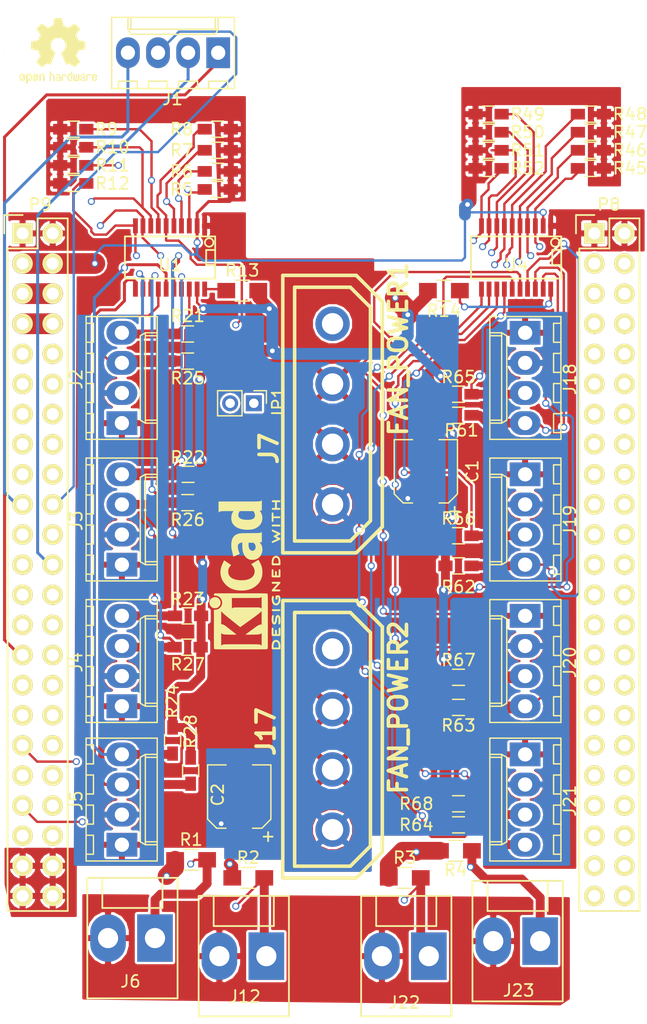
<source format=kicad_pcb>
(kicad_pcb (version 4) (host pcbnew 4.0.7)
  (layers (0 F.Cu signal hide) (1 In1.Cu signal hide) (2 In2.Cu signal hide) (31 B.Cu signal hide) (34 B.Paste user hide) (35 F.Paste user hide) (36 B.SilkS user hide) (37 F.SilkS user) (38 B.Mask user hide) (39 F.Mask user hide) (44 Edge.Cuts user))
  (net 0 "")
  (net 1 "Net-(P8-Pad3)")
  (net 2 "Net-(P8-Pad4)")
  (net 3 "Net-(P8-Pad5)")
  (net 4 "Net-(P8-Pad6)")
  (net 5 "Net-(P8-Pad7)")
  (net 6 "Net-(P8-Pad8)")
  (net 7 "Net-(P8-Pad9)")
  (net 8 "Net-(P8-Pad10)")
  (net 9 "Net-(P8-Pad19)")
  (net 10 "Net-(P8-Pad20)")
  (net 11 "Net-(P8-Pad21)")
  (net 12 "Net-(P8-Pad22)")
  (net 13 "Net-(P8-Pad23)")
  (net 14 "Net-(P8-Pad24)")
  (net 15 "Net-(P8-Pad25)")
  (net 16 "Net-(P8-Pad26)")
  (net 17 "Net-(P8-Pad27)")
  (net 18 "Net-(P8-Pad28)")
  (net 19 "Net-(P8-Pad29)")
  (net 20 "Net-(P8-Pad30)")
  (net 21 "Net-(P8-Pad31)")
  (net 22 "Net-(P8-Pad32)")
  (net 23 "Net-(P8-Pad33)")
  (net 24 "Net-(P8-Pad34)")
  (net 25 "Net-(P8-Pad35)")
  (net 26 "Net-(P8-Pad36)")
  (net 27 "Net-(P8-Pad37)")
  (net 28 "Net-(P8-Pad38)")
  (net 29 "Net-(P8-Pad39)")
  (net 30 "Net-(P8-Pad40)")
  (net 31 "Net-(P8-Pad41)")
  (net 32 "Net-(P8-Pad42)")
  (net 33 "Net-(P8-Pad43)")
  (net 34 "Net-(P8-Pad44)")
  (net 35 "Net-(P8-Pad45)")
  (net 36 "Net-(P8-Pad46)")
  (net 37 "Net-(P9-Pad21)")
  (net 38 "Net-(P9-Pad22)")
  (net 39 "Net-(P9-Pad23)")
  (net 40 "Net-(P9-Pad25)")
  (net 41 "Net-(P9-Pad26)")
  (net 42 "Net-(P9-Pad27)")
  (net 43 "Net-(P9-Pad28)")
  (net 44 "Net-(P9-Pad30)")
  (net 45 "Net-(P9-Pad31)")
  (net 46 "Net-(P9-Pad36)")
  (net 47 "Net-(P9-Pad38)")
  (net 48 "Net-(P9-Pad40)")
  (net 49 "Net-(P9-Pad41)")
  (net 50 "Net-(P9-Pad42)")
  (net 51 +3V3)
  (net 52 +5V)
  (net 53 SYS_5V)
  (net 54 PWR_BUT)
  (net 55 SYS_RESETN)
  (net 56 VDD_ADC)
  (net 57 GNDA_ADC)
  (net 58 /UART_RX)
  (net 59 /UART_TX)
  (net 60 /UART_CTS)
  (net 61 /UART_RTS)
  (net 62 GND)
  (net 63 +12V)
  (net 64 /FANRPM_A1)
  (net 65 /PWMOUT_A1)
  (net 66 /FANRPM_A2)
  (net 67 /PWMOUT_A2)
  (net 68 /FANRPM_A3)
  (net 69 /PWMOUT_A3)
  (net 70 /FANRPM_A4)
  (net 71 /PWMOUT_A4)
  (net 72 /TSENSOR_1)
  (net 73 /TSENSOR_2)
  (net 74 +12VA)
  (net 75 /FANRPM_D1)
  (net 76 /PWMOUT_D1)
  (net 77 /FANRPM_D2)
  (net 78 /PWMOUT_D2)
  (net 79 /FANRPM_D3)
  (net 80 /PWMOUT_D3)
  (net 81 /FANRPM_D4)
  (net 82 /PWMOUT_D4)
  (net 83 /TSENSOR_3)
  (net 84 /TSENSOR_4)
  (net 85 "Net-(J17-Pad4)")
  (net 86 "Net-(R13-Pad1)")
  (net 87 "Net-(R14-Pad1)")
  (net 88 /PWM_D1)
  (net 89 /FANRPM_IN_D1)
  (net 90 /PWM_D2)
  (net 91 /FANRPM_IN_D2)
  (net 92 /PWM_D3)
  (net 93 /FANRPM_IN_D3)
  (net 94 /PWM_D4)
  (net 95 /FANRPM_IN_D4)
  (net 96 /FANRPM_IN_A1)
  (net 97 /PWM_A1)
  (net 98 /FANRPM_IN_A2)
  (net 99 /PWM_A2)
  (net 100 /FANRPM_IN_A3)
  (net 101 /PWM_A3)
  (net 102 /FANRPM_IN_A4)
  (net 103 /PWM_A4)
  (net 104 "Net-(J7-Pad4)")
  (module Socket_BeagleBone_Black:Socket_BeagleBone_Black (layer F.Cu) (at 164.6301 62.3824)
    (fp_text reference P8 (at 1.2319 -2.4384) (layer F.SilkS))
    (fp_text value BeagleBone_Black_Header)
    (pad 1 thru_hole rect (at 0 0) (size 1.7272 1.7272) (drill 1.016) (layers *.Cu *.Mask F.SilkS) (net 62 GND))
    (pad 2 thru_hole oval (at 2.54 0) (size 1.7272 1.7272) (drill 1.016) (layers *.Cu *.Mask F.SilkS) (net 62 GND))
    (pad 3 thru_hole oval (at 0 2.54) (size 1.7272 1.7272) (drill 1.016) (layers *.Cu *.Mask F.SilkS) (net 1 "Net-(P8-Pad3)"))
    (pad 4 thru_hole oval (at 2.54 2.54) (size 1.7272 1.7272) (drill 1.016) (layers *.Cu *.Mask F.SilkS) (net 2 "Net-(P8-Pad4)"))
    (pad 5 thru_hole oval (at 0 5.08) (size 1.7272 1.7272) (drill 1.016) (layers *.Cu *.Mask F.SilkS) (net 3 "Net-(P8-Pad5)"))
    (pad 6 thru_hole oval (at 2.54 5.08) (size 1.7272 1.7272) (drill 1.016) (layers *.Cu *.Mask F.SilkS) (net 4 "Net-(P8-Pad6)"))
    (pad 7 thru_hole oval (at 0 7.62) (size 1.7272 1.7272) (drill 1.016) (layers *.Cu *.Mask F.SilkS) (net 5 "Net-(P8-Pad7)"))
    (pad 8 thru_hole oval (at 2.54 7.62) (size 1.7272 1.7272) (drill 1.016) (layers *.Cu *.Mask F.SilkS) (net 6 "Net-(P8-Pad8)"))
    (pad 9 thru_hole oval (at 0 10.16) (size 1.7272 1.7272) (drill 1.016) (layers *.Cu *.Mask F.SilkS) (net 7 "Net-(P8-Pad9)"))
    (pad 10 thru_hole oval (at 2.54 10.16) (size 1.7272 1.7272) (drill 1.016) (layers *.Cu *.Mask F.SilkS) (net 8 "Net-(P8-Pad10)"))
    (pad 11 thru_hole oval (at 0 12.7) (size 1.7272 1.7272) (drill 1.016) (layers *.Cu *.Mask F.SilkS) (net 88 /PWM_D1))
    (pad 12 thru_hole oval (at 2.54 12.7) (size 1.7272 1.7272) (drill 1.016) (layers *.Cu *.Mask F.SilkS) (net 89 /FANRPM_IN_D1))
    (pad 13 thru_hole oval (at 0 15.24) (size 1.7272 1.7272) (drill 1.016) (layers *.Cu *.Mask F.SilkS) (net 90 /PWM_D2))
    (pad 14 thru_hole oval (at 2.54 15.24) (size 1.7272 1.7272) (drill 1.016) (layers *.Cu *.Mask F.SilkS) (net 91 /FANRPM_IN_D2))
    (pad 15 thru_hole oval (at 0 17.78) (size 1.7272 1.7272) (drill 1.016) (layers *.Cu *.Mask F.SilkS) (net 92 /PWM_D3))
    (pad 16 thru_hole oval (at 2.54 17.78) (size 1.7272 1.7272) (drill 1.016) (layers *.Cu *.Mask F.SilkS) (net 93 /FANRPM_IN_D3))
    (pad 17 thru_hole oval (at 0 20.32) (size 1.7272 1.7272) (drill 1.016) (layers *.Cu *.Mask F.SilkS) (net 94 /PWM_D4))
    (pad 18 thru_hole oval (at 2.54 20.32) (size 1.7272 1.7272) (drill 1.016) (layers *.Cu *.Mask F.SilkS) (net 95 /FANRPM_IN_D4))
    (pad 19 thru_hole oval (at 0 22.86) (size 1.7272 1.7272) (drill 1.016) (layers *.Cu *.Mask F.SilkS) (net 9 "Net-(P8-Pad19)"))
    (pad 20 thru_hole oval (at 2.54 22.86) (size 1.7272 1.7272) (drill 1.016) (layers *.Cu *.Mask F.SilkS) (net 10 "Net-(P8-Pad20)"))
    (pad 21 thru_hole oval (at 0 25.4) (size 1.7272 1.7272) (drill 1.016) (layers *.Cu *.Mask F.SilkS) (net 11 "Net-(P8-Pad21)"))
    (pad 22 thru_hole oval (at 2.54 25.4) (size 1.7272 1.7272) (drill 1.016) (layers *.Cu *.Mask F.SilkS) (net 12 "Net-(P8-Pad22)"))
    (pad 23 thru_hole oval (at 0 27.94) (size 1.7272 1.7272) (drill 1.016) (layers *.Cu *.Mask F.SilkS) (net 13 "Net-(P8-Pad23)"))
    (pad 24 thru_hole oval (at 2.54 27.94) (size 1.7272 1.7272) (drill 1.016) (layers *.Cu *.Mask F.SilkS) (net 14 "Net-(P8-Pad24)"))
    (pad 25 thru_hole oval (at 0 30.48) (size 1.7272 1.7272) (drill 1.016) (layers *.Cu *.Mask F.SilkS) (net 15 "Net-(P8-Pad25)"))
    (pad 26 thru_hole oval (at 2.54 30.48) (size 1.7272 1.7272) (drill 1.016) (layers *.Cu *.Mask F.SilkS) (net 16 "Net-(P8-Pad26)"))
    (pad 27 thru_hole oval (at 0 33.02) (size 1.7272 1.7272) (drill 1.016) (layers *.Cu *.Mask F.SilkS) (net 17 "Net-(P8-Pad27)"))
    (pad 28 thru_hole oval (at 2.54 33.02) (size 1.7272 1.7272) (drill 1.016) (layers *.Cu *.Mask F.SilkS) (net 18 "Net-(P8-Pad28)"))
    (pad 29 thru_hole oval (at 0 35.56) (size 1.7272 1.7272) (drill 1.016) (layers *.Cu *.Mask F.SilkS) (net 19 "Net-(P8-Pad29)"))
    (pad 30 thru_hole oval (at 2.54 35.56) (size 1.7272 1.7272) (drill 1.016) (layers *.Cu *.Mask F.SilkS) (net 20 "Net-(P8-Pad30)"))
    (pad 31 thru_hole oval (at 0 38.1) (size 1.7272 1.7272) (drill 1.016) (layers *.Cu *.Mask F.SilkS) (net 21 "Net-(P8-Pad31)"))
    (pad 32 thru_hole oval (at 2.54 38.1) (size 1.7272 1.7272) (drill 1.016) (layers *.Cu *.Mask F.SilkS) (net 22 "Net-(P8-Pad32)"))
    (pad 33 thru_hole oval (at 0 40.64) (size 1.7272 1.7272) (drill 1.016) (layers *.Cu *.Mask F.SilkS) (net 23 "Net-(P8-Pad33)"))
    (pad 34 thru_hole oval (at 2.54 40.64) (size 1.7272 1.7272) (drill 1.016) (layers *.Cu *.Mask F.SilkS) (net 24 "Net-(P8-Pad34)"))
    (pad 35 thru_hole oval (at 0 43.18) (size 1.7272 1.7272) (drill 1.016) (layers *.Cu *.Mask F.SilkS) (net 25 "Net-(P8-Pad35)"))
    (pad 36 thru_hole oval (at 2.54 43.18) (size 1.7272 1.7272) (drill 1.016) (layers *.Cu *.Mask F.SilkS) (net 26 "Net-(P8-Pad36)"))
    (pad 37 thru_hole oval (at 0 45.72) (size 1.7272 1.7272) (drill 1.016) (layers *.Cu *.Mask F.SilkS) (net 27 "Net-(P8-Pad37)"))
    (pad 38 thru_hole oval (at 2.54 45.72) (size 1.7272 1.7272) (drill 1.016) (layers *.Cu *.Mask F.SilkS) (net 28 "Net-(P8-Pad38)"))
    (pad 39 thru_hole oval (at 0 48.26) (size 1.7272 1.7272) (drill 1.016) (layers *.Cu *.Mask F.SilkS) (net 29 "Net-(P8-Pad39)"))
    (pad 40 thru_hole oval (at 2.54 48.26) (size 1.7272 1.7272) (drill 1.016) (layers *.Cu *.Mask F.SilkS) (net 30 "Net-(P8-Pad40)"))
    (pad 41 thru_hole oval (at 0 50.8) (size 1.7272 1.7272) (drill 1.016) (layers *.Cu *.Mask F.SilkS) (net 31 "Net-(P8-Pad41)"))
    (pad 42 thru_hole oval (at 2.54 50.8) (size 1.7272 1.7272) (drill 1.016) (layers *.Cu *.Mask F.SilkS) (net 32 "Net-(P8-Pad42)"))
    (pad 43 thru_hole oval (at 0 53.34) (size 1.7272 1.7272) (drill 1.016) (layers *.Cu *.Mask F.SilkS) (net 33 "Net-(P8-Pad43)"))
    (pad 44 thru_hole oval (at 2.54 53.34) (size 1.7272 1.7272) (drill 1.016) (layers *.Cu *.Mask F.SilkS) (net 34 "Net-(P8-Pad44)"))
    (pad 45 thru_hole oval (at 0 55.88) (size 1.7272 1.7272) (drill 1.016) (layers *.Cu *.Mask F.SilkS) (net 35 "Net-(P8-Pad45)"))
    (pad 46 thru_hole oval (at 2.54 55.88) (size 1.7272 1.7272) (drill 1.016) (layers *.Cu *.Mask F.SilkS) (net 36 "Net-(P8-Pad46)"))
  )
  (module Connectors_Molex:Molex_KK-6410-04_04x2.54mm_Straight (layer F.Cu) (at 124.7521 113.9444 90)
    (fp_text reference J5 (at 3.7084 -3.8481 90) (layer F.SilkS))
    (fp_text value FAN_OUT_A4)
    (pad 1 thru_hole rect (at 0 0 90) (size 2 2.6) (drill 1.2) (layers *.Cu *.Mask) (net 62 GND))
    (pad 2 thru_hole oval (at 2.54 0 90) (size 2 2.6) (drill 1.2) (layers *.Cu *.Mask) (net 63 +12V))
    (pad 3 thru_hole oval (at 5.08 0 90) (size 2 2.6) (drill 1.2) (layers *.Cu *.Mask) (net 70 /FANRPM_A4))
    (pad 4 thru_hole oval (at 7.62 0 90) (size 2 2.6) (drill 1.2) (layers *.Cu *.Mask) (net 71 /PWMOUT_A4))
  )
  (module Socket_BeagleBone_Black:Socket_BeagleBone_Black (layer F.Cu) (at 116.3701 62.3824)
    (fp_text reference P9 (at 1.4859 -2.4384) (layer F.SilkS))
    (fp_text value BeagleBone_Black_Header)
    (pad 1 thru_hole rect (at 0 0) (size 1.7272 1.7272) (drill 1.016) (layers *.Cu *.Mask F.SilkS) (net 62 GND))
    (pad 2 thru_hole oval (at 2.54 0) (size 1.7272 1.7272) (drill 1.016) (layers *.Cu *.Mask F.SilkS) (net 62 GND))
    (pad 3 thru_hole oval (at 0 2.54) (size 1.7272 1.7272) (drill 1.016) (layers *.Cu *.Mask F.SilkS) (net 51 +3V3))
    (pad 4 thru_hole oval (at 2.54 2.54) (size 1.7272 1.7272) (drill 1.016) (layers *.Cu *.Mask F.SilkS) (net 51 +3V3))
    (pad 5 thru_hole oval (at 0 5.08) (size 1.7272 1.7272) (drill 1.016) (layers *.Cu *.Mask F.SilkS) (net 52 +5V))
    (pad 6 thru_hole oval (at 2.54 5.08) (size 1.7272 1.7272) (drill 1.016) (layers *.Cu *.Mask F.SilkS) (net 52 +5V))
    (pad 7 thru_hole oval (at 0 7.62) (size 1.7272 1.7272) (drill 1.016) (layers *.Cu *.Mask F.SilkS) (net 53 SYS_5V))
    (pad 8 thru_hole oval (at 2.54 7.62) (size 1.7272 1.7272) (drill 1.016) (layers *.Cu *.Mask F.SilkS) (net 53 SYS_5V))
    (pad 9 thru_hole oval (at 0 10.16) (size 1.7272 1.7272) (drill 1.016) (layers *.Cu *.Mask F.SilkS) (net 54 PWR_BUT))
    (pad 10 thru_hole oval (at 2.54 10.16) (size 1.7272 1.7272) (drill 1.016) (layers *.Cu *.Mask F.SilkS) (net 55 SYS_RESETN))
    (pad 11 thru_hole oval (at 0 12.7) (size 1.7272 1.7272) (drill 1.016) (layers *.Cu *.Mask F.SilkS) (net 96 /FANRPM_IN_A1))
    (pad 12 thru_hole oval (at 2.54 12.7) (size 1.7272 1.7272) (drill 1.016) (layers *.Cu *.Mask F.SilkS) (net 97 /PWM_A1))
    (pad 13 thru_hole oval (at 0 15.24) (size 1.7272 1.7272) (drill 1.016) (layers *.Cu *.Mask F.SilkS) (net 98 /FANRPM_IN_A2))
    (pad 14 thru_hole oval (at 2.54 15.24) (size 1.7272 1.7272) (drill 1.016) (layers *.Cu *.Mask F.SilkS) (net 99 /PWM_A2))
    (pad 15 thru_hole oval (at 0 17.78) (size 1.7272 1.7272) (drill 1.016) (layers *.Cu *.Mask F.SilkS) (net 100 /FANRPM_IN_A3))
    (pad 16 thru_hole oval (at 2.54 17.78) (size 1.7272 1.7272) (drill 1.016) (layers *.Cu *.Mask F.SilkS) (net 101 /PWM_A3))
    (pad 17 thru_hole oval (at 0 20.32) (size 1.7272 1.7272) (drill 1.016) (layers *.Cu *.Mask F.SilkS) (net 102 /FANRPM_IN_A4))
    (pad 18 thru_hole oval (at 2.54 20.32) (size 1.7272 1.7272) (drill 1.016) (layers *.Cu *.Mask F.SilkS) (net 103 /PWM_A4))
    (pad 19 thru_hole oval (at 0 22.86) (size 1.7272 1.7272) (drill 1.016) (layers *.Cu *.Mask F.SilkS) (net 61 /UART_RTS))
    (pad 20 thru_hole oval (at 2.54 22.86) (size 1.7272 1.7272) (drill 1.016) (layers *.Cu *.Mask F.SilkS) (net 60 /UART_CTS))
    (pad 21 thru_hole oval (at 0 25.4) (size 1.7272 1.7272) (drill 1.016) (layers *.Cu *.Mask F.SilkS) (net 37 "Net-(P9-Pad21)"))
    (pad 22 thru_hole oval (at 2.54 25.4) (size 1.7272 1.7272) (drill 1.016) (layers *.Cu *.Mask F.SilkS) (net 38 "Net-(P9-Pad22)"))
    (pad 23 thru_hole oval (at 0 27.94) (size 1.7272 1.7272) (drill 1.016) (layers *.Cu *.Mask F.SilkS) (net 39 "Net-(P9-Pad23)"))
    (pad 24 thru_hole oval (at 2.54 27.94) (size 1.7272 1.7272) (drill 1.016) (layers *.Cu *.Mask F.SilkS) (net 59 /UART_TX))
    (pad 25 thru_hole oval (at 0 30.48) (size 1.7272 1.7272) (drill 1.016) (layers *.Cu *.Mask F.SilkS) (net 40 "Net-(P9-Pad25)"))
    (pad 26 thru_hole oval (at 2.54 30.48) (size 1.7272 1.7272) (drill 1.016) (layers *.Cu *.Mask F.SilkS) (net 41 "Net-(P9-Pad26)"))
    (pad 27 thru_hole oval (at 0 33.02) (size 1.7272 1.7272) (drill 1.016) (layers *.Cu *.Mask F.SilkS) (net 42 "Net-(P9-Pad27)"))
    (pad 28 thru_hole oval (at 2.54 33.02) (size 1.7272 1.7272) (drill 1.016) (layers *.Cu *.Mask F.SilkS) (net 43 "Net-(P9-Pad28)"))
    (pad 29 thru_hole oval (at 0 35.56) (size 1.7272 1.7272) (drill 1.016) (layers *.Cu *.Mask F.SilkS) (net 58 /UART_RX))
    (pad 30 thru_hole oval (at 2.54 35.56) (size 1.7272 1.7272) (drill 1.016) (layers *.Cu *.Mask F.SilkS) (net 44 "Net-(P9-Pad30)"))
    (pad 31 thru_hole oval (at 0 38.1) (size 1.7272 1.7272) (drill 1.016) (layers *.Cu *.Mask F.SilkS) (net 45 "Net-(P9-Pad31)"))
    (pad 32 thru_hole oval (at 2.54 38.1) (size 1.7272 1.7272) (drill 1.016) (layers *.Cu *.Mask F.SilkS) (net 56 VDD_ADC))
    (pad 33 thru_hole oval (at 0 40.64) (size 1.7272 1.7272) (drill 1.016) (layers *.Cu *.Mask F.SilkS) (net 84 /TSENSOR_4))
    (pad 34 thru_hole oval (at 2.54 40.64) (size 1.7272 1.7272) (drill 1.016) (layers *.Cu *.Mask F.SilkS) (net 57 GNDA_ADC))
    (pad 35 thru_hole oval (at 0 43.18) (size 1.7272 1.7272) (drill 1.016) (layers *.Cu *.Mask F.SilkS) (net 83 /TSENSOR_3))
    (pad 36 thru_hole oval (at 2.54 43.18) (size 1.7272 1.7272) (drill 1.016) (layers *.Cu *.Mask F.SilkS) (net 46 "Net-(P9-Pad36)"))
    (pad 37 thru_hole oval (at 0 45.72) (size 1.7272 1.7272) (drill 1.016) (layers *.Cu *.Mask F.SilkS) (net 73 /TSENSOR_2))
    (pad 38 thru_hole oval (at 2.54 45.72) (size 1.7272 1.7272) (drill 1.016) (layers *.Cu *.Mask F.SilkS) (net 47 "Net-(P9-Pad38)"))
    (pad 39 thru_hole oval (at 0 48.26) (size 1.7272 1.7272) (drill 1.016) (layers *.Cu *.Mask F.SilkS) (net 72 /TSENSOR_1))
    (pad 40 thru_hole oval (at 2.54 48.26) (size 1.7272 1.7272) (drill 1.016) (layers *.Cu *.Mask F.SilkS) (net 48 "Net-(P9-Pad40)"))
    (pad 41 thru_hole oval (at 0 50.8) (size 1.7272 1.7272) (drill 1.016) (layers *.Cu *.Mask F.SilkS) (net 49 "Net-(P9-Pad41)"))
    (pad 42 thru_hole oval (at 2.54 50.8) (size 1.7272 1.7272) (drill 1.016) (layers *.Cu *.Mask F.SilkS) (net 50 "Net-(P9-Pad42)"))
    (pad 43 thru_hole oval (at 0 53.34) (size 1.7272 1.7272) (drill 1.016) (layers *.Cu *.Mask F.SilkS) (net 62 GND))
    (pad 44 thru_hole oval (at 2.54 53.34) (size 1.7272 1.7272) (drill 1.016) (layers *.Cu *.Mask F.SilkS) (net 62 GND))
    (pad 45 thru_hole oval (at 0 55.88) (size 1.7272 1.7272) (drill 1.016) (layers *.Cu *.Mask F.SilkS) (net 62 GND))
    (pad 46 thru_hole oval (at 2.54 55.88) (size 1.7272 1.7272) (drill 1.016) (layers *.Cu *.Mask F.SilkS) (net 62 GND))
  )
  (module Connectors_Molex:Molex_KK-6410-04_04x2.54mm_Straight (layer F.Cu) (at 132.8801 47.1424 180)
    (fp_text reference J1 (at 3.8481 -3.9116 180) (layer F.SilkS))
    (fp_text value UART)
    (pad 1 thru_hole rect (at 0 0 180) (size 2 2.6) (drill 1.2) (layers *.Cu *.Mask) (net 58 /UART_RX))
    (pad 2 thru_hole oval (at 2.54 0 180) (size 2 2.6) (drill 1.2) (layers *.Cu *.Mask) (net 59 /UART_TX))
    (pad 3 thru_hole oval (at 5.08 0 180) (size 2 2.6) (drill 1.2) (layers *.Cu *.Mask) (net 60 /UART_CTS))
    (pad 4 thru_hole oval (at 7.62 0 180) (size 2 2.6) (drill 1.2) (layers *.Cu *.Mask) (net 61 /UART_RTS))
  )
  (module Capacitors_SMD:CP_Elec_5x4.5 (layer F.Cu) (at 150.4061 82.4484 90)
    (fp_text reference C1 (at 0 3.92 90) (layer F.SilkS))
    (fp_text value CP)
    (fp_text user + (at -3.38 2.36 90) (layer F.SilkS))
    (pad 1 smd rect (at -2.2 0 270) (size 3 1.6) (layers F.Cu F.Paste F.Mask) (net 63 +12V))
    (pad 2 smd rect (at 2.2 0 270) (size 3 1.6) (layers F.Cu F.Paste F.Mask) (net 62 GND))
  )
  (module Capacitors_SMD:CP_Elec_5x4.5 (layer F.Cu) (at 134.6581 109.8804 90)
    (fp_text reference C2 (at 0.1524 -1.8161 90) (layer F.SilkS))
    (fp_text value CP)
    (fp_text user + (at -3.38 2.36 90) (layer F.SilkS))
    (pad 1 smd rect (at -2.2 0 270) (size 3 1.6) (layers F.Cu F.Paste F.Mask) (net 74 +12VA))
    (pad 2 smd rect (at 2.2 0 270) (size 3 1.6) (layers F.Cu F.Paste F.Mask) (net 62 GND))
  )
  (module Connectors_Molex:Molex_KK-6410-04_04x2.54mm_Straight (layer F.Cu) (at 124.7521 78.3844 90)
    (fp_text reference J2 (at 3.7084 -3.8481 90) (layer F.SilkS))
    (fp_text value FAN_OUT_A1)
    (pad 1 thru_hole rect (at 0 0 90) (size 2 2.6) (drill 1.2) (layers *.Cu *.Mask) (net 62 GND))
    (pad 2 thru_hole oval (at 2.54 0 90) (size 2 2.6) (drill 1.2) (layers *.Cu *.Mask) (net 63 +12V))
    (pad 3 thru_hole oval (at 5.08 0 90) (size 2 2.6) (drill 1.2) (layers *.Cu *.Mask) (net 64 /FANRPM_A1))
    (pad 4 thru_hole oval (at 7.62 0 90) (size 2 2.6) (drill 1.2) (layers *.Cu *.Mask) (net 65 /PWMOUT_A1))
  )
  (module Connectors_Molex:Molex_KK-6410-04_04x2.54mm_Straight (layer F.Cu) (at 124.7521 90.3224 90)
    (fp_text reference J3 (at 3.7084 -3.8481 90) (layer F.SilkS))
    (fp_text value FAN_OUT_A2)
    (pad 1 thru_hole rect (at 0 0 90) (size 2 2.6) (drill 1.2) (layers *.Cu *.Mask) (net 62 GND))
    (pad 2 thru_hole oval (at 2.54 0 90) (size 2 2.6) (drill 1.2) (layers *.Cu *.Mask) (net 63 +12V))
    (pad 3 thru_hole oval (at 5.08 0 90) (size 2 2.6) (drill 1.2) (layers *.Cu *.Mask) (net 66 /FANRPM_A2))
    (pad 4 thru_hole oval (at 7.62 0 90) (size 2 2.6) (drill 1.2) (layers *.Cu *.Mask) (net 67 /PWMOUT_A2))
  )
  (module Connectors_Molex:Molex_KK-6410-04_04x2.54mm_Straight (layer F.Cu) (at 124.7521 102.2604 90)
    (fp_text reference J4 (at 3.7084 -3.8481 90) (layer F.SilkS))
    (fp_text value FAN_OUT_A3)
    (pad 1 thru_hole rect (at 0 0 90) (size 2 2.6) (drill 1.2) (layers *.Cu *.Mask) (net 62 GND))
    (pad 2 thru_hole oval (at 2.54 0 90) (size 2 2.6) (drill 1.2) (layers *.Cu *.Mask) (net 63 +12V))
    (pad 3 thru_hole oval (at 5.08 0 90) (size 2 2.6) (drill 1.2) (layers *.Cu *.Mask) (net 68 /FANRPM_A3))
    (pad 4 thru_hole oval (at 7.62 0 90) (size 2 2.6) (drill 1.2) (layers *.Cu *.Mask) (net 69 /PWMOUT_A3))
  )
  (module Connectors_Molex:Molex_KK-41791-02_02x3.96mm_Straight (layer F.Cu) (at 127.5461 121.8184 180)
    (fp_text reference J6 (at 2.0701 -3.6576 180) (layer F.SilkS))
    (fp_text value TSENSOR1)
    (pad 1 thru_hole rect (at 0 0 180) (size 3 4) (drill 1.7) (layers *.Cu *.Mask) (net 72 /TSENSOR_1))
    (pad 2 thru_hole oval (at 3.9624 0 180) (size 3 4) (drill 1.7) (layers *.Cu *.Mask) (net 57 GNDA_ADC))
  )
  (module pwm-beagle:conn_hdd_15-24-4449 (layer F.Cu) (at 142.5321 77.6224 90)
    (fp_text reference J7 (at -2.8956 -5.3721 90) (layer F.SilkS) (effects (font (thickness 0.3048))))
    (fp_text value FAN_POWER1 (at 5.4864 5.5499 90) (layer F.SilkS) (effects (font (thickness 0.3048))))
    (pad 1 thru_hole circle (at -7.62 0 90) (size 2.9 2.9) (drill 1.8) (layers *.Cu *.Mask) (net 63 +12V))
    (pad 2 thru_hole circle (at -2.54 0 90) (size 2.9 2.9) (drill 1.8) (layers *.Cu *.Mask) (net 62 GND))
    (pad 3 thru_hole circle (at 2.54 0 90) (size 2.9 2.9) (drill 1.8) (layers *.Cu *.Mask) (net 62 GND))
    (pad 4 thru_hole circle (at 7.62 0 90) (size 2.9 2.9) (drill 1.8) (layers *.Cu *.Mask) (net 104 "Net-(J7-Pad4)"))
  )
  (module Connectors_Molex:Molex_KK-41791-02_02x3.96mm_Straight (layer F.Cu) (at 136.9441 123.3424 180)
    (fp_text reference J12 (at 1.8161 -3.4036 180) (layer F.SilkS))
    (fp_text value TSENSOR2)
    (pad 1 thru_hole rect (at 0 0 180) (size 3 4) (drill 1.7) (layers *.Cu *.Mask) (net 73 /TSENSOR_2))
    (pad 2 thru_hole oval (at 3.9624 0 180) (size 3 4) (drill 1.7) (layers *.Cu *.Mask) (net 57 GNDA_ADC))
  )
  (module pwm-beagle:conn_hdd_15-24-4449 (layer F.Cu) (at 142.5321 105.0544 90)
    (fp_text reference J17 (at 0.6604 -5.6261 90) (layer F.SilkS) (effects (font (thickness 0.3048))))
    (fp_text value FAN_POWER2 (at 2.6924 5.5499 90) (layer F.SilkS) (effects (font (thickness 0.3048))))
    (pad 1 thru_hole circle (at -7.62 0 90) (size 2.9 2.9) (drill 1.8) (layers *.Cu *.Mask) (net 74 +12VA))
    (pad 2 thru_hole circle (at -2.54 0 90) (size 2.9 2.9) (drill 1.8) (layers *.Cu *.Mask) (net 62 GND))
    (pad 3 thru_hole circle (at 2.54 0 90) (size 2.9 2.9) (drill 1.8) (layers *.Cu *.Mask) (net 62 GND))
    (pad 4 thru_hole circle (at 7.62 0 90) (size 2.9 2.9) (drill 1.8) (layers *.Cu *.Mask) (net 85 "Net-(J17-Pad4)"))
  )
  (module Connectors_Molex:Molex_KK-6410-04_04x2.54mm_Straight (layer F.Cu) (at 158.7881 70.7644 270)
    (fp_text reference J18 (at 3.9116 -3.7719 270) (layer F.SilkS))
    (fp_text value FAN_OUT_D1)
    (pad 1 thru_hole rect (at 0 0 270) (size 2 2.6) (drill 1.2) (layers *.Cu *.Mask) (net 62 GND))
    (pad 2 thru_hole oval (at 2.54 0 270) (size 2 2.6) (drill 1.2) (layers *.Cu *.Mask) (net 74 +12VA))
    (pad 3 thru_hole oval (at 5.08 0 270) (size 2 2.6) (drill 1.2) (layers *.Cu *.Mask) (net 75 /FANRPM_D1))
    (pad 4 thru_hole oval (at 7.62 0 270) (size 2 2.6) (drill 1.2) (layers *.Cu *.Mask) (net 76 /PWMOUT_D1))
  )
  (module Connectors_Molex:Molex_KK-6410-04_04x2.54mm_Straight (layer F.Cu) (at 158.7881 82.7024 270)
    (fp_text reference J19 (at 3.9116 -3.7719 270) (layer F.SilkS))
    (fp_text value FAN_OUT_D2)
    (pad 1 thru_hole rect (at 0 0 270) (size 2 2.6) (drill 1.2) (layers *.Cu *.Mask) (net 62 GND))
    (pad 2 thru_hole oval (at 2.54 0 270) (size 2 2.6) (drill 1.2) (layers *.Cu *.Mask) (net 74 +12VA))
    (pad 3 thru_hole oval (at 5.08 0 270) (size 2 2.6) (drill 1.2) (layers *.Cu *.Mask) (net 77 /FANRPM_D2))
    (pad 4 thru_hole oval (at 7.62 0 270) (size 2 2.6) (drill 1.2) (layers *.Cu *.Mask) (net 78 /PWMOUT_D2))
  )
  (module Connectors_Molex:Molex_KK-6410-04_04x2.54mm_Straight (layer F.Cu) (at 158.7881 94.6404 270)
    (fp_text reference J20 (at 3.9116 -3.7719 270) (layer F.SilkS))
    (fp_text value FAN_OUT_D3)
    (pad 1 thru_hole rect (at 0 0 270) (size 2 2.6) (drill 1.2) (layers *.Cu *.Mask) (net 62 GND))
    (pad 2 thru_hole oval (at 2.54 0 270) (size 2 2.6) (drill 1.2) (layers *.Cu *.Mask) (net 74 +12VA))
    (pad 3 thru_hole oval (at 5.08 0 270) (size 2 2.6) (drill 1.2) (layers *.Cu *.Mask) (net 79 /FANRPM_D3))
    (pad 4 thru_hole oval (at 7.62 0 270) (size 2 2.6) (drill 1.2) (layers *.Cu *.Mask) (net 80 /PWMOUT_D3))
  )
  (module Connectors_Molex:Molex_KK-6410-04_04x2.54mm_Straight (layer F.Cu) (at 158.7881 106.3244 270)
    (fp_text reference J21 (at 3.9116 -3.7719 270) (layer F.SilkS))
    (fp_text value FAN_OUT_D4)
    (pad 1 thru_hole rect (at 0 0 270) (size 2 2.6) (drill 1.2) (layers *.Cu *.Mask) (net 62 GND))
    (pad 2 thru_hole oval (at 2.54 0 270) (size 2 2.6) (drill 1.2) (layers *.Cu *.Mask) (net 74 +12VA))
    (pad 3 thru_hole oval (at 5.08 0 270) (size 2 2.6) (drill 1.2) (layers *.Cu *.Mask) (net 81 /FANRPM_D4))
    (pad 4 thru_hole oval (at 7.62 0 270) (size 2 2.6) (drill 1.2) (layers *.Cu *.Mask) (net 82 /PWMOUT_D4))
  )
  (module Connectors_Molex:Molex_KK-41791-02_02x3.96mm_Straight (layer F.Cu) (at 150.6601 123.3424 180)
    (fp_text reference J22 (at 2.0701 -3.9116 180) (layer F.SilkS))
    (fp_text value TSENSOR3)
    (pad 1 thru_hole rect (at 0 0 180) (size 3 4) (drill 1.7) (layers *.Cu *.Mask) (net 83 /TSENSOR_3))
    (pad 2 thru_hole oval (at 3.9624 0 180) (size 3 4) (drill 1.7) (layers *.Cu *.Mask) (net 57 GNDA_ADC))
  )
  (module Connectors_Molex:Molex_KK-41791-02_02x3.96mm_Straight (layer F.Cu) (at 160.0581 122.0724 180)
    (fp_text reference J23 (at 1.8161 -4.1656 180) (layer F.SilkS))
    (fp_text value TSENSOR4)
    (pad 1 thru_hole rect (at 0 0 180) (size 3 4) (drill 1.7) (layers *.Cu *.Mask) (net 84 /TSENSOR_4))
    (pad 2 thru_hole oval (at 3.9624 0 180) (size 3 4) (drill 1.7) (layers *.Cu *.Mask) (net 57 GNDA_ADC))
  )
  (module Resistors_SMD:R_0805_HandSoldering (layer F.Cu) (at 130.5941 115.2144)
    (fp_text reference R1 (at 0 -1.7) (layer F.SilkS))
    (fp_text value 10k)
    (pad 1 smd rect (at -1.35 0) (size 1.5 1.3) (layers F.Cu F.Paste F.Mask) (net 56 VDD_ADC))
    (pad 2 smd rect (at 1.35 0) (size 1.5 1.3) (layers F.Cu F.Paste F.Mask) (net 72 /TSENSOR_1))
  )
  (module Resistors_SMD:R_0805_HandSoldering (layer F.Cu) (at 135.4201 116.7384)
    (fp_text reference R2 (at 0 -1.7) (layer F.SilkS))
    (fp_text value 10k)
    (pad 1 smd rect (at -1.35 0) (size 1.5 1.3) (layers F.Cu F.Paste F.Mask) (net 56 VDD_ADC))
    (pad 2 smd rect (at 1.35 0) (size 1.5 1.3) (layers F.Cu F.Paste F.Mask) (net 73 /TSENSOR_2))
  )
  (module Resistors_SMD:R_0805_HandSoldering (layer F.Cu) (at 148.6281 116.7384)
    (fp_text reference R3 (at 0 -1.7) (layer F.SilkS))
    (fp_text value 10k)
    (pad 1 smd rect (at -1.35 0) (size 1.5 1.3) (layers F.Cu F.Paste F.Mask) (net 56 VDD_ADC))
    (pad 2 smd rect (at 1.35 0) (size 1.5 1.3) (layers F.Cu F.Paste F.Mask) (net 83 /TSENSOR_3))
  )
  (module Resistors_SMD:R_0805_HandSoldering (layer F.Cu) (at 152.9461 114.4524)
    (fp_text reference R4 (at -0.0381 1.6256) (layer F.SilkS))
    (fp_text value 10k)
    (pad 1 smd rect (at -1.35 0) (size 1.5 1.3) (layers F.Cu F.Paste F.Mask) (net 56 VDD_ADC))
    (pad 2 smd rect (at 1.35 0) (size 1.5 1.3) (layers F.Cu F.Paste F.Mask) (net 84 /TSENSOR_4))
  )
  (module Resistors_SMD:R_0805_HandSoldering (layer F.Cu) (at 134.9121 67.2084)
    (fp_text reference R13 (at 0 -1.7) (layer F.SilkS))
    (fp_text value 220k)
    (pad 1 smd rect (at -1.35 0) (size 1.5 1.3) (layers F.Cu F.Paste F.Mask) (net 86 "Net-(R13-Pad1)"))
    (pad 2 smd rect (at 1.35 0) (size 1.5 1.3) (layers F.Cu F.Paste F.Mask) (net 53 SYS_5V))
  )
  (module Resistors_SMD:R_0805_HandSoldering (layer F.Cu) (at 151.9301 67.2084 180)
    (fp_text reference R14 (at 0 -1.7 180) (layer F.SilkS))
    (fp_text value 220k)
    (pad 1 smd rect (at -1.35 0 180) (size 1.5 1.3) (layers F.Cu F.Paste F.Mask) (net 87 "Net-(R14-Pad1)"))
    (pad 2 smd rect (at 1.35 0 180) (size 1.5 1.3) (layers F.Cu F.Paste F.Mask) (net 53 SYS_5V))
  )
  (module SMD_Packages:SSOP-20 (layer F.Cu) (at 128.8161 64.4144 180)
    (fp_text reference U1 (at 0 -0.635 180) (layer F.SilkS))
    (fp_text value LSF0108)
    (pad 1 smd rect (at -2.921 2.667 180) (size 0.4064 1.27) (layers F.Cu F.Paste F.Mask) (net 62 GND))
    (pad 2 smd rect (at -2.286 2.667 180) (size 0.4064 1.27) (layers F.Cu F.Paste F.Mask) (net 51 +3V3))
    (pad 3 smd rect (at -1.6256 2.667 180) (size 0.4064 1.27) (layers F.Cu F.Paste F.Mask) (net 97 /PWM_A1))
    (pad 4 smd rect (at -0.9652 2.667 180) (size 0.4064 1.27) (layers F.Cu F.Paste F.Mask) (net 99 /PWM_A2))
    (pad 5 smd rect (at -0.3302 2.667 180) (size 0.4064 1.27) (layers F.Cu F.Paste F.Mask) (net 101 /PWM_A3))
    (pad 6 smd rect (at 0.3302 2.667 180) (size 0.4064 1.27) (layers F.Cu F.Paste F.Mask) (net 103 /PWM_A4))
    (pad 7 smd rect (at 0.9906 2.667 180) (size 0.4064 1.27) (layers F.Cu F.Paste F.Mask) (net 96 /FANRPM_IN_A1))
    (pad 8 smd rect (at 1.6256 2.667 180) (size 0.4064 1.27) (layers F.Cu F.Paste F.Mask) (net 98 /FANRPM_IN_A2))
    (pad 9 smd rect (at 2.286 2.667 180) (size 0.4064 1.27) (layers F.Cu F.Paste F.Mask) (net 100 /FANRPM_IN_A3))
    (pad 10 smd rect (at 2.921 2.667 180) (size 0.4064 1.27) (layers F.Cu F.Paste F.Mask) (net 102 /FANRPM_IN_A4))
    (pad 11 smd rect (at 2.921 -2.667 180) (size 0.4064 1.27) (layers F.Cu F.Paste F.Mask) (net 70 /FANRPM_A4))
    (pad 12 smd rect (at 2.286 -2.667 180) (size 0.4064 1.27) (layers F.Cu F.Paste F.Mask) (net 68 /FANRPM_A3))
    (pad 13 smd rect (at 1.6256 -2.667 180) (size 0.4064 1.27) (layers F.Cu F.Paste F.Mask) (net 66 /FANRPM_A2))
    (pad 14 smd rect (at 0.9906 -2.667 180) (size 0.4064 1.27) (layers F.Cu F.Paste F.Mask) (net 64 /FANRPM_A1))
    (pad 15 smd rect (at 0.3302 -2.667 180) (size 0.4064 1.27) (layers F.Cu F.Paste F.Mask) (net 71 /PWMOUT_A4))
    (pad 16 smd rect (at -0.3302 -2.667 180) (size 0.4064 1.27) (layers F.Cu F.Paste F.Mask) (net 69 /PWMOUT_A3))
    (pad 17 smd rect (at -0.9652 -2.667 180) (size 0.4064 1.27) (layers F.Cu F.Paste F.Mask) (net 67 /PWMOUT_A2))
    (pad 18 smd rect (at -1.6256 -2.667 180) (size 0.4064 1.27) (layers F.Cu F.Paste F.Mask) (net 65 /PWMOUT_A1))
    (pad 19 smd rect (at -2.286 -2.667 180) (size 0.4064 1.27) (layers F.Cu F.Paste F.Mask) (net 53 SYS_5V))
    (pad 20 smd rect (at -2.921 -2.667 180) (size 0.4064 1.27) (layers F.Cu F.Paste F.Mask) (net 86 "Net-(R13-Pad1)"))
  )
  (module SMD_Packages:SSOP-20 (layer F.Cu) (at 158.0261 64.4144 180)
    (fp_text reference U4 (at 0 -0.635 180) (layer F.SilkS))
    (fp_text value LSF0108)
    (pad 1 smd rect (at -2.921 2.667 180) (size 0.4064 1.27) (layers F.Cu F.Paste F.Mask) (net 62 GND))
    (pad 2 smd rect (at -2.286 2.667 180) (size 0.4064 1.27) (layers F.Cu F.Paste F.Mask) (net 51 +3V3))
    (pad 3 smd rect (at -1.6256 2.667 180) (size 0.4064 1.27) (layers F.Cu F.Paste F.Mask) (net 88 /PWM_D1))
    (pad 4 smd rect (at -0.9652 2.667 180) (size 0.4064 1.27) (layers F.Cu F.Paste F.Mask) (net 90 /PWM_D2))
    (pad 5 smd rect (at -0.3302 2.667 180) (size 0.4064 1.27) (layers F.Cu F.Paste F.Mask) (net 92 /PWM_D3))
    (pad 6 smd rect (at 0.3302 2.667 180) (size 0.4064 1.27) (layers F.Cu F.Paste F.Mask) (net 94 /PWM_D4))
    (pad 7 smd rect (at 0.9906 2.667 180) (size 0.4064 1.27) (layers F.Cu F.Paste F.Mask) (net 89 /FANRPM_IN_D1))
    (pad 8 smd rect (at 1.6256 2.667 180) (size 0.4064 1.27) (layers F.Cu F.Paste F.Mask) (net 91 /FANRPM_IN_D2))
    (pad 9 smd rect (at 2.286 2.667 180) (size 0.4064 1.27) (layers F.Cu F.Paste F.Mask) (net 93 /FANRPM_IN_D3))
    (pad 10 smd rect (at 2.921 2.667 180) (size 0.4064 1.27) (layers F.Cu F.Paste F.Mask) (net 95 /FANRPM_IN_D4))
    (pad 11 smd rect (at 2.921 -2.667 180) (size 0.4064 1.27) (layers F.Cu F.Paste F.Mask) (net 81 /FANRPM_D4))
    (pad 12 smd rect (at 2.286 -2.667 180) (size 0.4064 1.27) (layers F.Cu F.Paste F.Mask) (net 79 /FANRPM_D3))
    (pad 13 smd rect (at 1.6256 -2.667 180) (size 0.4064 1.27) (layers F.Cu F.Paste F.Mask) (net 77 /FANRPM_D2))
    (pad 14 smd rect (at 0.9906 -2.667 180) (size 0.4064 1.27) (layers F.Cu F.Paste F.Mask) (net 75 /FANRPM_D1))
    (pad 15 smd rect (at 0.3302 -2.667 180) (size 0.4064 1.27) (layers F.Cu F.Paste F.Mask) (net 82 /PWMOUT_D4))
    (pad 16 smd rect (at -0.3302 -2.667 180) (size 0.4064 1.27) (layers F.Cu F.Paste F.Mask) (net 80 /PWMOUT_D3))
    (pad 17 smd rect (at -0.9652 -2.667 180) (size 0.4064 1.27) (layers F.Cu F.Paste F.Mask) (net 78 /PWMOUT_D2))
    (pad 18 smd rect (at -1.6256 -2.667 180) (size 0.4064 1.27) (layers F.Cu F.Paste F.Mask) (net 76 /PWMOUT_D1))
    (pad 19 smd rect (at -2.286 -2.667 180) (size 0.4064 1.27) (layers F.Cu F.Paste F.Mask) (net 53 SYS_5V))
    (pad 20 smd rect (at -2.921 -2.667 180) (size 0.4064 1.27) (layers F.Cu F.Paste F.Mask) (net 87 "Net-(R14-Pad1)"))
  )
  (module Resistors_SMD:R_0603_HandSoldering (layer F.Cu) (at 132.842 58.674)
    (fp_text reference R5 (at -3.048 0) (layer F.SilkS))
    (fp_text value 215R)
    (pad 1 smd rect (at -1.1 0) (size 1.2 0.9) (layers F.Cu F.Paste F.Mask) (net 97 /PWM_A1))
    (pad 2 smd rect (at 1.1 0) (size 1.2 0.9) (layers F.Cu F.Paste F.Mask) (net 51 +3V3))
  )
  (module Resistors_SMD:R_0603_HandSoldering (layer F.Cu) (at 132.842 57.15)
    (fp_text reference R6 (at -3.048 0) (layer F.SilkS))
    (fp_text value 215R)
    (pad 1 smd rect (at -1.1 0) (size 1.2 0.9) (layers F.Cu F.Paste F.Mask) (net 99 /PWM_A2))
    (pad 2 smd rect (at 1.1 0) (size 1.2 0.9) (layers F.Cu F.Paste F.Mask) (net 51 +3V3))
  )
  (module Resistors_SMD:R_0603_HandSoldering (layer F.Cu) (at 132.842 55.372)
    (fp_text reference R7 (at -3.048 0) (layer F.SilkS))
    (fp_text value 215R)
    (pad 1 smd rect (at -1.1 0) (size 1.2 0.9) (layers F.Cu F.Paste F.Mask) (net 101 /PWM_A3))
    (pad 2 smd rect (at 1.1 0) (size 1.2 0.9) (layers F.Cu F.Paste F.Mask) (net 51 +3V3))
  )
  (module Resistors_SMD:R_0603_HandSoldering (layer F.Cu) (at 132.842 53.594)
    (fp_text reference R8 (at -3.048 0) (layer F.SilkS))
    (fp_text value 215R)
    (pad 1 smd rect (at -1.1 0) (size 1.2 0.9) (layers F.Cu F.Paste F.Mask) (net 103 /PWM_A4))
    (pad 2 smd rect (at 1.1 0) (size 1.2 0.9) (layers F.Cu F.Paste F.Mask) (net 51 +3V3))
  )
  (module Resistors_SMD:R_0603_HandSoldering (layer F.Cu) (at 120.65 53.594 180)
    (fp_text reference R9 (at -2.794 0 180) (layer F.SilkS))
    (fp_text value 215R)
    (pad 1 smd rect (at -1.1 0 180) (size 1.2 0.9) (layers F.Cu F.Paste F.Mask) (net 96 /FANRPM_IN_A1))
    (pad 2 smd rect (at 1.1 0 180) (size 1.2 0.9) (layers F.Cu F.Paste F.Mask) (net 51 +3V3))
  )
  (module Resistors_SMD:R_0603_HandSoldering (layer F.Cu) (at 120.65 55.118 180)
    (fp_text reference R10 (at -3.302 0 180) (layer F.SilkS))
    (fp_text value 215R)
    (pad 1 smd rect (at -1.1 0 180) (size 1.2 0.9) (layers F.Cu F.Paste F.Mask) (net 98 /FANRPM_IN_A2))
    (pad 2 smd rect (at 1.1 0 180) (size 1.2 0.9) (layers F.Cu F.Paste F.Mask) (net 51 +3V3))
  )
  (module Resistors_SMD:R_0603_HandSoldering (layer F.Cu) (at 120.65 56.642 180)
    (fp_text reference R11 (at -3.302 0 180) (layer F.SilkS))
    (fp_text value 215R)
    (pad 1 smd rect (at -1.1 0 180) (size 1.2 0.9) (layers F.Cu F.Paste F.Mask) (net 100 /FANRPM_IN_A3))
    (pad 2 smd rect (at 1.1 0 180) (size 1.2 0.9) (layers F.Cu F.Paste F.Mask) (net 51 +3V3))
  )
  (module Resistors_SMD:R_0603_HandSoldering (layer F.Cu) (at 120.65 58.166 180)
    (fp_text reference R12 (at -3.302 0 180) (layer F.SilkS))
    (fp_text value 215R)
    (pad 1 smd rect (at -1.1 0 180) (size 1.2 0.9) (layers F.Cu F.Paste F.Mask) (net 102 /FANRPM_IN_A4))
    (pad 2 smd rect (at 1.1 0 180) (size 1.2 0.9) (layers F.Cu F.Paste F.Mask) (net 51 +3V3))
  )
  (module Resistors_SMD:R_0603_HandSoldering (layer F.Cu) (at 130.302 70.866 180)
    (fp_text reference R21 (at 0 1.524 180) (layer F.SilkS))
    (fp_text value 330R)
    (pad 1 smd rect (at -1.1 0 180) (size 1.2 0.9) (layers F.Cu F.Paste F.Mask) (net 53 SYS_5V))
    (pad 2 smd rect (at 1.1 0 180) (size 1.2 0.9) (layers F.Cu F.Paste F.Mask) (net 65 /PWMOUT_A1))
  )
  (module Resistors_SMD:R_0603_HandSoldering (layer F.Cu) (at 130.3401 82.7024 180)
    (fp_text reference R22 (at 0.0381 1.4224 180) (layer F.SilkS))
    (fp_text value 330R)
    (pad 1 smd rect (at -1.1 0 180) (size 1.2 0.9) (layers F.Cu F.Paste F.Mask) (net 53 SYS_5V))
    (pad 2 smd rect (at 1.1 0 180) (size 1.2 0.9) (layers F.Cu F.Paste F.Mask) (net 67 /PWMOUT_A2))
  )
  (module Resistors_SMD:R_0603_HandSoldering (layer F.Cu) (at 130.3401 94.6404 180)
    (fp_text reference R23 (at 0.0381 1.4224 180) (layer F.SilkS))
    (fp_text value 330R)
    (pad 1 smd rect (at -1.1 0 180) (size 1.2 0.9) (layers F.Cu F.Paste F.Mask) (net 53 SYS_5V))
    (pad 2 smd rect (at 1.1 0 180) (size 1.2 0.9) (layers F.Cu F.Paste F.Mask) (net 69 /PWMOUT_A3))
  )
  (module Resistors_SMD:R_0603_HandSoldering (layer F.Cu) (at 129.032 105.156 270)
    (fp_text reference R24 (at -3.302 0 270) (layer F.SilkS))
    (fp_text value 330R)
    (pad 1 smd rect (at -1.1 0 270) (size 1.2 0.9) (layers F.Cu F.Paste F.Mask) (net 53 SYS_5V))
    (pad 2 smd rect (at 1.1 0 270) (size 1.2 0.9) (layers F.Cu F.Paste F.Mask) (net 71 /PWMOUT_A4))
  )
  (module Resistors_SMD:R_0603_HandSoldering (layer F.Cu) (at 130.302 73.152 180)
    (fp_text reference R25 (at 0 -1.45 180) (layer F.SilkS))
    (fp_text value 330R)
    (pad 1 smd rect (at -1.1 0 180) (size 1.2 0.9) (layers F.Cu F.Paste F.Mask) (net 53 SYS_5V))
    (pad 2 smd rect (at 1.1 0 180) (size 1.2 0.9) (layers F.Cu F.Paste F.Mask) (net 64 /FANRPM_A1))
  )
  (module Resistors_SMD:R_0603_HandSoldering (layer F.Cu) (at 130.302 85.09 180)
    (fp_text reference R26 (at 0 -1.45 180) (layer F.SilkS))
    (fp_text value 330R)
    (pad 1 smd rect (at -1.1 0 180) (size 1.2 0.9) (layers F.Cu F.Paste F.Mask) (net 53 SYS_5V))
    (pad 2 smd rect (at 1.1 0 180) (size 1.2 0.9) (layers F.Cu F.Paste F.Mask) (net 66 /FANRPM_A2))
  )
  (module Resistors_SMD:R_0603_HandSoldering (layer F.Cu) (at 130.302 97.282 180)
    (fp_text reference R27 (at 0 -1.45 180) (layer F.SilkS))
    (fp_text value 330R)
    (pad 1 smd rect (at -1.1 0 180) (size 1.2 0.9) (layers F.Cu F.Paste F.Mask) (net 53 SYS_5V))
    (pad 2 smd rect (at 1.1 0 180) (size 1.2 0.9) (layers F.Cu F.Paste F.Mask) (net 68 /FANRPM_A3))
  )
  (module Resistors_SMD:R_0603_HandSoldering (layer F.Cu) (at 130.556 107.696 270)
    (fp_text reference R28 (at -3.302 0 270) (layer F.SilkS))
    (fp_text value 330R)
    (pad 1 smd rect (at -1.1 0 270) (size 1.2 0.9) (layers F.Cu F.Paste F.Mask) (net 53 SYS_5V))
    (pad 2 smd rect (at 1.1 0 270) (size 1.2 0.9) (layers F.Cu F.Paste F.Mask) (net 70 /FANRPM_A4))
  )
  (module Resistors_SMD:R_0603_HandSoldering (layer F.Cu) (at 164.338 56.896)
    (fp_text reference R45 (at 3.302 0) (layer F.SilkS))
    (fp_text value 215R)
    (pad 1 smd rect (at -1.1 0) (size 1.2 0.9) (layers F.Cu F.Paste F.Mask) (net 88 /PWM_D1))
    (pad 2 smd rect (at 1.1 0) (size 1.2 0.9) (layers F.Cu F.Paste F.Mask) (net 51 +3V3))
  )
  (module Resistors_SMD:R_0603_HandSoldering (layer F.Cu) (at 164.338 55.372)
    (fp_text reference R46 (at 3.302 0) (layer F.SilkS))
    (fp_text value 215R)
    (pad 1 smd rect (at -1.1 0) (size 1.2 0.9) (layers F.Cu F.Paste F.Mask) (net 90 /PWM_D2))
    (pad 2 smd rect (at 1.1 0) (size 1.2 0.9) (layers F.Cu F.Paste F.Mask) (net 51 +3V3))
  )
  (module Resistors_SMD:R_0603_HandSoldering (layer F.Cu) (at 164.338 53.848)
    (fp_text reference R47 (at 3.302 0) (layer F.SilkS))
    (fp_text value 215R)
    (pad 1 smd rect (at -1.1 0) (size 1.2 0.9) (layers F.Cu F.Paste F.Mask) (net 92 /PWM_D3))
    (pad 2 smd rect (at 1.1 0) (size 1.2 0.9) (layers F.Cu F.Paste F.Mask) (net 51 +3V3))
  )
  (module Resistors_SMD:R_0603_HandSoldering (layer F.Cu) (at 164.338 52.324)
    (fp_text reference R48 (at 3.302 0) (layer F.SilkS))
    (fp_text value 215R)
    (pad 1 smd rect (at -1.1 0) (size 1.2 0.9) (layers F.Cu F.Paste F.Mask) (net 94 /PWM_D4))
    (pad 2 smd rect (at 1.1 0) (size 1.2 0.9) (layers F.Cu F.Paste F.Mask) (net 51 +3V3))
  )
  (module Resistors_SMD:R_0603_HandSoldering (layer F.Cu) (at 155.702 52.324 180)
    (fp_text reference R49 (at -3.302 0 180) (layer F.SilkS))
    (fp_text value 215R)
    (pad 1 smd rect (at -1.1 0 180) (size 1.2 0.9) (layers F.Cu F.Paste F.Mask) (net 89 /FANRPM_IN_D1))
    (pad 2 smd rect (at 1.1 0 180) (size 1.2 0.9) (layers F.Cu F.Paste F.Mask) (net 51 +3V3))
  )
  (module Resistors_SMD:R_0603_HandSoldering (layer F.Cu) (at 155.702 53.848 180)
    (fp_text reference R50 (at -3.302 0 180) (layer F.SilkS))
    (fp_text value 215R)
    (pad 1 smd rect (at -1.1 0 180) (size 1.2 0.9) (layers F.Cu F.Paste F.Mask) (net 91 /FANRPM_IN_D2))
    (pad 2 smd rect (at 1.1 0 180) (size 1.2 0.9) (layers F.Cu F.Paste F.Mask) (net 51 +3V3))
  )
  (module Resistors_SMD:R_0603_HandSoldering (layer F.Cu) (at 155.702 55.372 180)
    (fp_text reference R51 (at -3.302 0 180) (layer F.SilkS))
    (fp_text value 215R)
    (pad 1 smd rect (at -1.1 0 180) (size 1.2 0.9) (layers F.Cu F.Paste F.Mask) (net 93 /FANRPM_IN_D3))
    (pad 2 smd rect (at 1.1 0 180) (size 1.2 0.9) (layers F.Cu F.Paste F.Mask) (net 51 +3V3))
  )
  (module Resistors_SMD:R_0603_HandSoldering (layer F.Cu) (at 155.702 56.896 180)
    (fp_text reference R52 (at -3.302 0 180) (layer F.SilkS))
    (fp_text value 215R)
    (pad 1 smd rect (at -1.1 0 180) (size 1.2 0.9) (layers F.Cu F.Paste F.Mask) (net 95 /FANRPM_IN_D4))
    (pad 2 smd rect (at 1.1 0 180) (size 1.2 0.9) (layers F.Cu F.Paste F.Mask) (net 51 +3V3))
  )
  (module Resistors_SMD:R_0603_HandSoldering (layer F.Cu) (at 153.162 77.724)
    (fp_text reference R61 (at 0.254 1.27) (layer F.SilkS))
    (fp_text value 330R)
    (pad 1 smd rect (at -1.1 0) (size 1.2 0.9) (layers F.Cu F.Paste F.Mask) (net 53 SYS_5V))
    (pad 2 smd rect (at 1.1 0) (size 1.2 0.9) (layers F.Cu F.Paste F.Mask) (net 76 /PWMOUT_D1))
  )
  (module Resistors_SMD:R_0603_HandSoldering (layer F.Cu) (at 153.162 90.424)
    (fp_text reference R62 (at 0 1.778) (layer F.SilkS))
    (fp_text value 330R)
    (pad 1 smd rect (at -1.1 0) (size 1.2 0.9) (layers F.Cu F.Paste F.Mask) (net 53 SYS_5V))
    (pad 2 smd rect (at 1.1 0) (size 1.2 0.9) (layers F.Cu F.Paste F.Mask) (net 78 /PWMOUT_D2))
  )
  (module Resistors_SMD:R_0603_HandSoldering (layer F.Cu) (at 153.162 102.362)
    (fp_text reference R63 (at 0 1.524) (layer F.SilkS))
    (fp_text value 330R)
    (pad 1 smd rect (at -1.1 0) (size 1.2 0.9) (layers F.Cu F.Paste F.Mask) (net 53 SYS_5V))
    (pad 2 smd rect (at 1.1 0) (size 1.2 0.9) (layers F.Cu F.Paste F.Mask) (net 80 /PWMOUT_D3))
  )
  (module Resistors_SMD:R_0603_HandSoldering (layer F.Cu) (at 153.162 112.268)
    (fp_text reference R64 (at -3.556 0) (layer F.SilkS))
    (fp_text value 330R)
    (pad 1 smd rect (at -1.1 0) (size 1.2 0.9) (layers F.Cu F.Paste F.Mask) (net 53 SYS_5V))
    (pad 2 smd rect (at 1.1 0) (size 1.2 0.9) (layers F.Cu F.Paste F.Mask) (net 82 /PWMOUT_D4))
  )
  (module Resistors_SMD:R_0603_HandSoldering (layer F.Cu) (at 153.162 75.946)
    (fp_text reference R65 (at 0 -1.45) (layer F.SilkS))
    (fp_text value 330R)
    (pad 1 smd rect (at -1.1 0) (size 1.2 0.9) (layers F.Cu F.Paste F.Mask) (net 53 SYS_5V))
    (pad 2 smd rect (at 1.1 0) (size 1.2 0.9) (layers F.Cu F.Paste F.Mask) (net 75 /FANRPM_D1))
  )
  (module Resistors_SMD:R_0603_HandSoldering (layer F.Cu) (at 153.162 87.884)
    (fp_text reference R66 (at 0 -1.45) (layer F.SilkS))
    (fp_text value 330R)
    (pad 1 smd rect (at -1.1 0) (size 1.2 0.9) (layers F.Cu F.Paste F.Mask) (net 53 SYS_5V))
    (pad 2 smd rect (at 1.1 0) (size 1.2 0.9) (layers F.Cu F.Paste F.Mask) (net 77 /FANRPM_D2))
  )
  (module Resistors_SMD:R_0603_HandSoldering (layer F.Cu) (at 153.162 99.822)
    (fp_text reference R67 (at 0 -1.45) (layer F.SilkS))
    (fp_text value 330R)
    (pad 1 smd rect (at -1.1 0) (size 1.2 0.9) (layers F.Cu F.Paste F.Mask) (net 53 SYS_5V))
    (pad 2 smd rect (at 1.1 0) (size 1.2 0.9) (layers F.Cu F.Paste F.Mask) (net 79 /FANRPM_D3))
  )
  (module Resistors_SMD:R_0603_HandSoldering (layer F.Cu) (at 153.162 110.49)
    (fp_text reference R68 (at -3.556 0) (layer F.SilkS))
    (fp_text value 330R)
    (pad 1 smd rect (at -1.1 0) (size 1.2 0.9) (layers F.Cu F.Paste F.Mask) (net 53 SYS_5V))
    (pad 2 smd rect (at 1.1 0) (size 1.2 0.9) (layers F.Cu F.Paste F.Mask) (net 81 /FANRPM_D4))
  )
  (module Pin_Headers:Pin_Header_Straight_1x02_Pitch2.00mm (layer F.Cu) (at 135.89 76.708 270)
    (fp_text reference JP1 (at 0 -2.06 270) (layer F.SilkS))
    (fp_text value Jumper)
    (pad 1 thru_hole rect (at 0 0 270) (size 1.35 1.35) (drill 0.8) (layers *.Cu *.Mask) (net 104 "Net-(J7-Pad4)"))
    (pad 2 thru_hole oval (at 0 2 270) (size 1.35 1.35) (drill 0.8) (layers *.Cu *.Mask) (net 52 +5V))
  )
  (module Symbols:OSHW-Logo2_7.3x6mm_SilkScreen (layer F.Cu) (at 119.38 46.99)
    (fp_text reference "" hide)
    (fp_text value "" hide)
  )
  (module Symbols:KiCad-Logo2_6mm_SilkScreen (layer F.Cu) (at 135.128 91.186 90)
    (fp_text reference "" hide)
    (fp_text value "" hide)
  )
  (gr_arc (start 127.1651 116.3574) (end 127.1651 129.0574) (angle 90) (layer Edge.Cuts) (width 0.00254))
  (gr_arc (start 156.3751 116.3574) (end 169.0751 116.3574) (angle 90) (layer Edge.Cuts) (width 0.00254))
  (gr_arc (start 120.8151 49.0474) (end 114.4651 49.0474) (angle 90) (layer Edge.Cuts) (width 0.00254))
  (gr_line (start 135.4201 42.6974) (end 120.8151 42.6974) (layer Edge.Cuts) (width 0.00254))
  (gr_line (start 135.4201 64.2874) (end 135.4201 42.6974) (layer Edge.Cuts) (width 0.00254))
  (gr_line (start 153.2001 64.2874) (end 135.4201 64.2874) (layer Edge.Cuts) (width 0.00254))
  (gr_line (start 153.2001 49.6824) (end 153.2001 64.2874) (layer Edge.Cuts) (width 0.00254))
  (gr_line (start 169.0751 49.6824) (end 153.2001 49.6824) (layer Edge.Cuts) (width 0.00254))
  (gr_line (start 169.0751 116.3574) (end 169.0751 49.6824) (layer Edge.Cuts) (width 0.00254))
  (gr_line (start 127.1651 129.0574) (end 156.3751 129.0574) (layer Edge.Cuts) (width 0.00254))
  (gr_line (start 114.4651 49.0474) (end 114.4651 116.3574) (layer Edge.Cuts) (width 0.00254))
  (segment (start 154.178 58.674) (end 154.178 59.69) (width 1) (layer F.Cu) (net 51))
  (segment (start 153.924 59.944) (end 154.178 59.69) (width 1) (layer F.Cu) (net 51))
  (via (at 153.924 59.944) (size 0.6) (drill 0.4) (layers F.Cu B.Cu) (net 51))
  (segment (start 153.7081 60.1599) (end 153.924 59.944) (width 1) (layer B.Cu) (net 51))
  (segment (start 153.7081 60.1599) (end 153.7081 60.80125) (width 1) (layer B.Cu) (net 51))
  (segment (start 165.438 56.896) (end 165.438 57.32) (width 0.25) (layer F.Cu) (net 51))
  (segment (start 131.1021 61.7474) (end 131.1021 60.6679) (width 0.25) (layer F.Cu) (net 51))
  (segment (start 134.196 59.352) (end 134.196 58.674) (width 0.25) (layer F.Cu) (net 51))
  (segment (start 133.858 59.69) (end 134.196 59.352) (width 0.25) (layer F.Cu) (net 51))
  (segment (start 132.08 59.69) (end 133.858 59.69) (width 0.25) (layer F.Cu) (net 51))
  (segment (start 131.1021 60.6679) (end 132.08 59.69) (width 0.25) (layer F.Cu) (net 51))
  (segment (start 131.1021 64.1604) (end 130.5941 64.1604) (width 0.2) (layer B.Cu) (net 51))
  (segment (start 122.4661 64.9224) (end 118.9101 64.9224) (width 1.75) (layer F.Cu) (net 51))
  (via (at 122.4661 64.9224) (size 0.6) (drill 0.4) (layers F.Cu B.Cu) (net 51))
  (segment (start 122.4661 64.1604) (end 122.4661 64.9224) (width 0.2) (layer B.Cu) (net 51))
  (segment (start 123.2281 63.3984) (end 122.4661 64.1604) (width 0.2) (layer B.Cu) (net 51))
  (segment (start 129.8321 63.3984) (end 123.2281 63.3984) (width 0.2) (layer B.Cu) (net 51))
  (segment (start 130.5941 64.1604) (end 129.8321 63.3984) (width 0.2) (layer B.Cu) (net 51))
  (segment (start 133.6421 64.6684) (end 131.6101 64.6684) (width 0.2) (layer B.Cu) (net 51))
  (segment (start 131.1021 63.9064) (end 131.1021 63.1444) (width 0.25) (layer B.Cu) (net 51))
  (via (at 131.1021 63.1444) (size 0.6) (drill 0.4) (layers F.Cu B.Cu) (net 51))
  (segment (start 131.1021 61.7474) (end 131.1021 63.1444) (width 0.25) (layer F.Cu) (net 51))
  (segment (start 133.6421 64.6684) (end 153.4541 64.6684) (width 0.2) (layer B.Cu) (net 51))
  (segment (start 153.4541 64.6684) (end 153.7081 64.4144) (width 0.2) (layer B.Cu) (net 51))
  (segment (start 153.7081 64.4144) (end 153.7081 60.80125) (width 0.2) (layer B.Cu) (net 51))
  (segment (start 153.7081 60.80125) (end 153.7081 60.8584) (width 0.2) (layer B.Cu) (net 51))
  (segment (start 153.7081 60.8584) (end 153.9621 60.6044) (width 0.2) (layer B.Cu) (net 51))
  (segment (start 153.9621 60.6044) (end 154.432 60.6044) (width 0.2) (layer B.Cu) (net 51))
  (segment (start 154.432 60.6044) (end 160.3121 60.6044) (width 0.2) (layer B.Cu) (net 51))
  (via (at 160.3121 60.6044) (size 0.6) (drill 0.4) (layers F.Cu B.Cu) (net 51))
  (segment (start 160.3121 60.6044) (end 160.3121 61.7474) (width 0.2) (layer F.Cu) (net 51))
  (segment (start 131.1021 64.1604) (end 131.1021 63.9064) (width 0.2) (layer B.Cu) (net 51))
  (segment (start 131.6101 64.6684) (end 131.1021 64.1604) (width 0.2) (layer B.Cu) (net 51))
  (segment (start 116.3701 64.9224) (end 118.9101 64.9224) (width 1.75) (layer F.Cu) (net 51))
  (segment (start 116.3701 67.4624) (end 118.9101 67.4624) (width 1.75) (layer F.Cu) (net 52))
  (segment (start 162.814 89.154) (end 162.814 89.662) (width 0.2) (layer B.Cu) (net 53))
  (via (at 160.528 76.708) (size 0.6) (drill 0.4) (layers F.Cu B.Cu) (net 53))
  (segment (start 160.528 76.708) (end 161.544 77.724) (width 0.2) (layer B.Cu) (net 53))
  (segment (start 161.544 77.724) (end 162.56 77.724) (width 0.2) (layer B.Cu) (net 53))
  (segment (start 162.56 77.724) (end 162.814 77.978) (width 0.2) (layer B.Cu) (net 53))
  (segment (start 162.814 77.978) (end 162.814 80.01) (width 0.2) (layer B.Cu) (net 53))
  (segment (start 162.814 80.264) (end 162.814 80.01) (width 0.2) (layer B.Cu) (net 53))
  (segment (start 161.544 73.152) (end 160.528 74.168) (width 0.2) (layer F.Cu) (net 53))
  (segment (start 160.528 74.168) (end 160.528 76.708) (width 0.2) (layer F.Cu) (net 53))
  (segment (start 160.3121 67.0814) (end 160.3121 66.0019) (width 0.2) (layer F.Cu) (net 53))
  (segment (start 161.544 66.04) (end 161.544 70.612) (width 0.2) (layer F.Cu) (net 53))
  (segment (start 161.29 65.786) (end 161.544 66.04) (width 0.2) (layer F.Cu) (net 53))
  (segment (start 160.528 65.786) (end 161.29 65.786) (width 0.2) (layer F.Cu) (net 53))
  (segment (start 160.3121 66.0019) (end 160.528 65.786) (width 0.2) (layer F.Cu) (net 53))
  (segment (start 161.544 70.612) (end 161.544 73.152) (width 0.2) (layer F.Cu) (net 53))
  (segment (start 162.814 80.264) (end 162.814 89.154) (width 0.2) (layer B.Cu) (net 53))
  (segment (start 162.306 90.17) (end 162.306 92.202) (width 0.2) (layer B.Cu) (net 53))
  (segment (start 162.814 89.662) (end 162.306 90.17) (width 0.2) (layer B.Cu) (net 53))
  (segment (start 154.432 92.71) (end 152.654 92.71) (width 0.2) (layer B.Cu) (net 53))
  (segment (start 154.94 92.202) (end 154.432 92.71) (width 0.2) (layer B.Cu) (net 53))
  (via (at 154.94 92.202) (size 0.6) (drill 0.4) (layers F.Cu B.Cu) (net 53))
  (segment (start 157.48 92.202) (end 154.94 92.202) (width 0.2) (layer F.Cu) (net 53))
  (via (at 162.306 92.202) (size 0.6) (drill 0.4) (layers F.Cu B.Cu) (net 53))
  (segment (start 162.306 92.202) (end 157.48 92.202) (width 0.2) (layer F.Cu) (net 53))
  (segment (start 152.654 92.71) (end 151.892 93.472) (width 0.2) (layer B.Cu) (net 53))
  (segment (start 151.892 92.71) (end 151.892 92.456) (width 0.2) (layer B.Cu) (net 53))
  (segment (start 152.062 102.362) (end 152.062 110.49) (width 1) (layer F.Cu) (net 53))
  (segment (start 152.062 75.946) (end 152.062 74.846) (width 0.75) (layer F.Cu) (net 53))
  (segment (start 151.638 74.422) (end 148.55825 71.34225) (width 0.75) (layer B.Cu) (net 53))
  (via (at 151.638 74.422) (size 0.6) (drill 0.4) (layers F.Cu B.Cu) (net 53))
  (segment (start 152.062 74.846) (end 151.638 74.422) (width 0.75) (layer F.Cu) (net 53))
  (segment (start 152.062 87.884) (end 152.062 86.952) (width 0.75) (layer F.Cu) (net 53))
  (segment (start 152.062 78.656) (end 152.062 77.724) (width 0.75) (layer F.Cu) (net 53))
  (segment (start 152.654 79.248) (end 152.062 78.656) (width 0.75) (layer F.Cu) (net 53))
  (via (at 152.654 79.248) (size 0.6) (drill 0.4) (layers F.Cu B.Cu) (net 53))
  (segment (start 152.654 86.36) (end 152.654 79.248) (width 0.75) (layer B.Cu) (net 53))
  (via (at 152.654 86.36) (size 0.6) (drill 0.4) (layers F.Cu B.Cu) (net 53))
  (segment (start 152.062 86.952) (end 152.654 86.36) (width 0.75) (layer F.Cu) (net 53))
  (segment (start 152.062 99.822) (end 152.062 98.468) (width 0.75) (layer F.Cu) (net 53))
  (segment (start 152.062 92.286) (end 152.062 90.424) (width 0.75) (layer F.Cu) (net 53))
  (segment (start 151.892 92.456) (end 152.062 92.286) (width 0.75) (layer F.Cu) (net 53))
  (via (at 151.892 92.456) (size 0.6) (drill 0.4) (layers F.Cu B.Cu) (net 53))
  (segment (start 151.892 98.298) (end 151.892 93.472) (width 0.75) (layer B.Cu) (net 53))
  (segment (start 151.892 93.472) (end 151.892 92.456) (width 0.75) (layer B.Cu) (net 53))
  (via (at 151.892 98.298) (size 0.6) (drill 0.4) (layers F.Cu B.Cu) (net 53))
  (segment (start 152.062 98.468) (end 151.892 98.298) (width 0.75) (layer F.Cu) (net 53))
  (segment (start 131.402 85.09) (end 131.402 90) (width 0.75) (layer F.Cu) (net 53))
  (segment (start 131.4401 93.3499) (end 131.4401 94.6404) (width 0.75) (layer F.Cu) (net 53))
  (segment (start 131.572 93.218) (end 131.4401 93.3499) (width 0.75) (layer F.Cu) (net 53))
  (via (at 131.572 93.218) (size 0.6) (drill 0.4) (layers F.Cu B.Cu) (net 53))
  (segment (start 131.572 90.17) (end 131.572 93.218) (width 0.75) (layer B.Cu) (net 53))
  (via (at 131.572 90.17) (size 0.6) (drill 0.4) (layers F.Cu B.Cu) (net 53))
  (segment (start 131.402 90) (end 131.572 90.17) (width 0.75) (layer F.Cu) (net 53))
  (segment (start 131.402 97.282) (end 131.402 99.738) (width 0.75) (layer F.Cu) (net 53))
  (segment (start 129.032 101.092) (end 129.032 104.056) (width 0.75) (layer F.Cu) (net 53))
  (segment (start 129.54 100.584) (end 129.032 101.092) (width 0.75) (layer F.Cu) (net 53))
  (segment (start 130.556 100.584) (end 129.54 100.584) (width 0.75) (layer F.Cu) (net 53))
  (segment (start 131.402 99.738) (end 130.556 100.584) (width 0.75) (layer F.Cu) (net 53))
  (segment (start 152.062 75.946) (end 152.062 77.724) (width 0.75) (layer F.Cu) (net 53))
  (segment (start 152.062 87.884) (end 152.062 90.424) (width 0.75) (layer F.Cu) (net 53))
  (segment (start 152.062 99.822) (end 152.062 102.362) (width 0.75) (layer F.Cu) (net 53))
  (segment (start 152.062 110.49) (end 152.062 112.268) (width 0.75) (layer F.Cu) (net 53))
  (segment (start 148.8821 69.2404) (end 148.8821 68.8721) (width 1.75) (layer F.Cu) (net 53))
  (via (at 147.828 67.818) (size 0.6) (drill 0.4) (layers F.Cu B.Cu) (net 53))
  (segment (start 148.8821 68.8721) (end 147.828 67.818) (width 1.75) (layer F.Cu) (net 53))
  (segment (start 137.1981 68.7324) (end 131.6101 68.7324) (width 0.75) (layer B.Cu) (net 53))
  (segment (start 131.1021 68.2244) (end 131.1021 67.0814) (width 0.2) (layer F.Cu) (net 53))
  (via (at 131.6101 68.7324) (size 0.6) (drill 0.4) (layers F.Cu B.Cu) (net 53))
  (segment (start 131.1021 68.2244) (end 131.6101 68.7324) (width 0.2) (layer F.Cu) (net 53))
  (segment (start 131.402 72.136) (end 133.4577 72.136) (width 0.75) (layer F.Cu) (net 53))
  (via (at 137.4521 72.2884) (size 0.6) (drill 0.4) (layers F.Cu B.Cu) (net 53))
  (segment (start 133.6101 72.2884) (end 137.4521 72.2884) (width 1) (layer F.Cu) (net 53))
  (segment (start 133.4577 72.136) (end 133.6101 72.2884) (width 0.75) (layer F.Cu) (net 53))
  (segment (start 131.402 70.866) (end 131.402 72.136) (width 0.75) (layer F.Cu) (net 53))
  (segment (start 131.402 72.136) (end 131.402 73.152) (width 0.75) (layer F.Cu) (net 53))
  (segment (start 131.4401 82.7024) (end 131.4401 81.6561) (width 0.75) (layer F.Cu) (net 53))
  (segment (start 131.402 74.592) (end 131.402 73.152) (width 0.75) (layer F.Cu) (net 53))
  (segment (start 131.318 74.676) (end 131.402 74.592) (width 0.75) (layer F.Cu) (net 53))
  (via (at 131.318 74.676) (size 0.6) (drill 0.4) (layers F.Cu B.Cu) (net 53))
  (segment (start 131.318 81.534) (end 131.318 74.676) (width 0.75) (layer B.Cu) (net 53))
  (via (at 131.318 81.534) (size 0.6) (drill 0.4) (layers F.Cu B.Cu) (net 53))
  (segment (start 131.4401 81.6561) (end 131.318 81.534) (width 0.75) (layer F.Cu) (net 53))
  (segment (start 131.4401 94.6404) (end 131.4401 97.2439) (width 0.75) (layer F.Cu) (net 53))
  (segment (start 131.4401 97.2439) (end 131.402 97.282) (width 0.75) (layer F.Cu) (net 53))
  (segment (start 129.032 104.056) (end 129.964 104.056) (width 0.75) (layer F.Cu) (net 53))
  (segment (start 129.964 104.056) (end 130.556 104.648) (width 0.75) (layer F.Cu) (net 53))
  (segment (start 130.556 104.648) (end 130.556 106.596) (width 0.75) (layer F.Cu) (net 53))
  (segment (start 131.4401 82.7024) (end 131.4401 85.0519) (width 0.75) (layer F.Cu) (net 53))
  (segment (start 131.4401 85.0519) (end 131.402 85.09) (width 0.75) (layer F.Cu) (net 53))
  (segment (start 137.4521 72.2884) (end 137.4521 68.9864) (width 1) (layer B.Cu) (net 53))
  (segment (start 137.4521 68.9864) (end 137.1981 68.7324) (width 1) (layer B.Cu) (net 53))
  (via (at 137.1981 68.7324) (size 0.6) (drill 0.4) (layers F.Cu B.Cu) (net 53))
  (segment (start 137.1981 68.7324) (end 136.2621 67.7964) (width 1) (layer F.Cu) (net 53))
  (segment (start 136.2621 67.7964) (end 136.2621 67.2084) (width 1) (layer F.Cu) (net 53))
  (segment (start 148.8821 69.2404) (end 150.5801 67.5424) (width 1) (layer F.Cu) (net 53))
  (segment (start 137.4521 72.2884) (end 137.7061 72.5424) (width 1) (layer B.Cu) (net 53))
  (segment (start 147.3581 72.5424) (end 148.55825 71.34225) (width 1) (layer B.Cu) (net 53))
  (segment (start 137.7061 72.5424) (end 147.3581 72.5424) (width 1) (layer B.Cu) (net 53))
  (segment (start 148.55825 71.34225) (end 148.8821 71.0184) (width 1) (layer B.Cu) (net 53))
  (via (at 148.8821 69.2404) (size 0.6) (drill 0.4) (layers F.Cu B.Cu) (net 53))
  (segment (start 148.8821 71.0184) (end 148.8821 69.2404) (width 1) (layer B.Cu) (net 53))
  (segment (start 150.5801 67.5424) (end 150.5801 67.2084) (width 1) (layer F.Cu) (net 53))
  (segment (start 116.3701 70.0024) (end 118.9101 70.0024) (width 1.75) (layer F.Cu) (net 53))
  (segment (start 134.0701 116.7384) (end 134.0701 115.7821) (width 1) (layer F.Cu) (net 56))
  (via (at 133.858 115.57) (size 0.6) (drill 0.4) (layers F.Cu B.Cu) (net 56))
  (segment (start 134.0701 115.7821) (end 133.858 115.57) (width 1) (layer F.Cu) (net 56))
  (segment (start 129.2441 115.2144) (end 129.2441 115.8659) (width 1.5) (layer F.Cu) (net 56))
  (via (at 128.524 116.586) (size 0.6) (drill 0.4) (layers F.Cu B.Cu) (net 56))
  (segment (start 129.2441 115.8659) (end 128.524 116.586) (width 1.5) (layer F.Cu) (net 56))
  (segment (start 147.2781 116.7384) (end 147.2781 115.6119) (width 1.5) (layer F.Cu) (net 56))
  (via (at 149.606 114.554) (size 0.6) (drill 0.4) (layers F.Cu B.Cu) (net 56))
  (segment (start 148.4376 114.4524) (end 149.7076 114.4524) (width 1.5) (layer F.Cu) (net 56))
  (segment (start 147.2781 115.6119) (end 148.4376 114.4524) (width 1.5) (layer F.Cu) (net 56))
  (segment (start 151.5961 114.4524) (end 149.7076 114.4524) (width 1.5) (layer F.Cu) (net 56))
  (segment (start 149.7076 114.4524) (end 149.606 114.554) (width 1.5) (layer F.Cu) (net 56))
  (segment (start 116.3701 97.9424) (end 116.1161 97.9424) (width 0.25) (layer F.Cu) (net 58))
  (segment (start 116.1161 97.9424) (end 114.8461 96.6724) (width 0.25) (layer F.Cu) (net 58))
  (segment (start 132.8801 47.9044) (end 132.8801 47.1424) (width 0.25) (layer F.Cu) (net 58))
  (segment (start 130.0861 50.6984) (end 132.8801 47.9044) (width 0.25) (layer F.Cu) (net 58))
  (segment (start 118.4021 50.6984) (end 130.0861 50.6984) (width 0.25) (layer F.Cu) (net 58))
  (segment (start 114.8461 54.2544) (end 118.4021 50.6984) (width 0.25) (layer F.Cu) (net 58))
  (segment (start 114.8461 96.6724) (end 114.8461 54.2544) (width 0.25) (layer F.Cu) (net 58))
  (segment (start 116.3701 97.9424) (end 116.6241 97.9424) (width 0.25) (layer F.Cu) (net 58))
  (segment (start 118.9101 90.3224) (end 118.6561 90.3224) (width 0.25) (layer B.Cu) (net 59))
  (segment (start 118.6561 90.3224) (end 117.6401 89.3064) (width 0.25) (layer B.Cu) (net 59))
  (segment (start 117.6401 89.3064) (end 117.6401 60.8584) (width 0.25) (layer B.Cu) (net 59))
  (segment (start 117.6401 60.8584) (end 123.4821 55.0164) (width 0.25) (layer B.Cu) (net 59))
  (segment (start 123.4821 55.0164) (end 124.7521 55.0164) (width 0.25) (layer B.Cu) (net 59))
  (segment (start 124.7521 55.0164) (end 130.3401 49.4284) (width 0.25) (layer B.Cu) (net 59))
  (segment (start 130.3401 49.4284) (end 130.3401 47.1424) (width 0.25) (layer B.Cu) (net 59))
  (segment (start 118.9101 85.2424) (end 119.1641 85.2424) (width 0.2) (layer B.Cu) (net 60))
  (segment (start 119.1641 85.2424) (end 120.6881 83.7184) (width 0.2) (layer B.Cu) (net 60))
  (segment (start 129.3241 45.6184) (end 127.8001 47.1424) (width 0.2) (layer B.Cu) (net 60))
  (segment (start 129.5781 45.3644) (end 129.3241 45.6184) (width 0.2) (layer B.Cu) (net 60))
  (segment (start 133.8961 45.3644) (end 129.5781 45.3644) (width 0.2) (layer B.Cu) (net 60))
  (segment (start 134.4041 45.8724) (end 133.8961 45.3644) (width 0.2) (layer B.Cu) (net 60))
  (segment (start 134.4041 48.9204) (end 134.4041 45.8724) (width 0.2) (layer B.Cu) (net 60))
  (segment (start 127.8001 55.5244) (end 134.4041 48.9204) (width 0.2) (layer B.Cu) (net 60))
  (segment (start 124.2441 55.5244) (end 127.8001 55.5244) (width 0.2) (layer B.Cu) (net 60))
  (segment (start 120.6881 59.0804) (end 124.2441 55.5244) (width 0.2) (layer B.Cu) (net 60))
  (segment (start 120.6881 83.7184) (end 120.6881 59.0804) (width 0.2) (layer B.Cu) (net 60))
  (segment (start 118.9101 85.2424) (end 118.6561 85.2424) (width 0.25) (layer F.Cu) (net 60))
  (segment (start 116.3701 85.2424) (end 115.8621 85.2424) (width 0.25) (layer B.Cu) (net 61))
  (segment (start 115.8621 85.2424) (end 114.8461 84.2264) (width 0.25) (layer B.Cu) (net 61))
  (segment (start 125.2601 53.7464) (end 125.2601 47.1424) (width 0.25) (layer B.Cu) (net 61))
  (segment (start 124.7521 54.2544) (end 125.2601 53.7464) (width 0.25) (layer B.Cu) (net 61))
  (segment (start 120.4341 54.2544) (end 124.7521 54.2544) (width 0.25) (layer B.Cu) (net 61))
  (segment (start 114.8461 59.8424) (end 120.4341 54.2544) (width 0.25) (layer B.Cu) (net 61))
  (segment (start 114.8461 84.2264) (end 114.8461 59.8424) (width 0.25) (layer B.Cu) (net 61))
  (segment (start 150.4061 84.6484) (end 148.9681 84.6484) (width 1) (layer F.Cu) (net 63))
  (via (at 148.8821 84.7344) (size 0.6) (drill 0.4) (layers F.Cu B.Cu) (net 63))
  (segment (start 148.9681 84.6484) (end 148.8821 84.7344) (width 1) (layer F.Cu) (net 63))
  (segment (start 127.8255 67.0814) (end 127.8255 68.5165) (width 0.2) (layer F.Cu) (net 64))
  (segment (start 122.936 72.39) (end 123.8504 73.3044) (width 0.2) (layer F.Cu) (net 64))
  (segment (start 122.936 70.104) (end 122.936 72.39) (width 0.2) (layer F.Cu) (net 64))
  (segment (start 123.698 69.342) (end 122.936 70.104) (width 0.2) (layer F.Cu) (net 64))
  (segment (start 127 69.342) (end 123.698 69.342) (width 0.2) (layer F.Cu) (net 64))
  (segment (start 127.8255 68.5165) (end 127 69.342) (width 0.2) (layer F.Cu) (net 64))
  (segment (start 123.8504 73.3044) (end 124.7521 73.3044) (width 0.2) (layer F.Cu) (net 64))
  (segment (start 129.202 73.152) (end 124.9045 73.152) (width 1) (layer F.Cu) (net 64))
  (segment (start 124.9045 73.152) (end 124.7521 73.3044) (width 1) (layer F.Cu) (net 64))
  (segment (start 124.7521 73.3044) (end 125.5141 73.3044) (width 0.75) (layer F.Cu) (net 64))
  (segment (start 130.4417 67.0814) (end 130.4417 69.6263) (width 0.2) (layer F.Cu) (net 65))
  (segment (start 130.4417 69.6263) (end 129.202 70.866) (width 0.2) (layer F.Cu) (net 65))
  (segment (start 129.202 70.866) (end 124.8537 70.866) (width 0.75) (layer F.Cu) (net 65))
  (segment (start 124.8537 70.866) (end 124.7521 70.7644) (width 0.75) (layer F.Cu) (net 65))
  (segment (start 129.202 85.09) (end 127.9525 85.09) (width 0.75) (layer F.Cu) (net 66))
  (segment (start 127.9525 85.09) (end 127.8001 85.2424) (width 0.75) (layer F.Cu) (net 66))
  (segment (start 127.1905 67.0814) (end 127.1905 66.294) (width 0.25) (layer F.Cu) (net 66))
  (segment (start 127.8001 84.4804) (end 127.8001 85.2424) (width 0.25) (layer F.Cu) (net 66))
  (segment (start 127.2921 83.9724) (end 127.8001 84.4804) (width 0.25) (layer F.Cu) (net 66))
  (via (at 127.2921 83.9724) (size 0.6) (drill 0.4) (layers F.Cu B.Cu) (net 66))
  (segment (start 127.2921 66.1924) (end 127.2921 83.9724) (width 0.25) (layer B.Cu) (net 66))
  (segment (start 127.5461 65.9384) (end 127.2921 66.1924) (width 0.25) (layer B.Cu) (net 66))
  (via (at 127.5461 65.9384) (size 0.6) (drill 0.4) (layers F.Cu B.Cu) (net 66))
  (segment (start 127.1905 66.294) (end 127.5461 65.9384) (width 0.25) (layer F.Cu) (net 66))
  (segment (start 127.8001 85.2424) (end 124.7521 85.2424) (width 0.75) (layer F.Cu) (net 66))
  (segment (start 129.7813 67.0814) (end 129.7813 66.0527) (width 0.2) (layer F.Cu) (net 67))
  (segment (start 129.2401 82.0879) (end 129.2401 82.7024) (width 0.2) (layer F.Cu) (net 67))
  (segment (start 129.794 81.534) (end 129.2401 82.0879) (width 0.2) (layer F.Cu) (net 67))
  (via (at 129.794 81.534) (size 0.6) (drill 0.4) (layers F.Cu B.Cu) (net 67))
  (segment (start 129.794 66.04) (end 129.794 81.534) (width 0.2) (layer B.Cu) (net 67))
  (via (at 129.794 66.04) (size 0.6) (drill 0.4) (layers F.Cu B.Cu) (net 67))
  (segment (start 129.7813 66.0527) (end 129.794 66.04) (width 0.2) (layer F.Cu) (net 67))
  (segment (start 129.2401 82.7024) (end 124.7521 82.7024) (width 1) (layer F.Cu) (net 67))
  (segment (start 126.492 66.04) (end 126.492 86.36) (width 0.25) (layer B.Cu) (net 68))
  (segment (start 126.5301 66.0781) (end 126.238 65.786) (width 0.25) (layer F.Cu) (net 68))
  (via (at 126.238 65.786) (size 0.6) (drill 0.4) (layers F.Cu B.Cu) (net 68))
  (segment (start 126.238 65.786) (end 126.492 66.04) (width 0.25) (layer B.Cu) (net 68))
  (segment (start 126.492 86.36) (end 127.254 87.122) (width 0.25) (layer B.Cu) (net 68))
  (segment (start 127.254 87.122) (end 127.254 87.63) (width 0.25) (layer B.Cu) (net 68))
  (via (at 127.254 87.63) (size 0.6) (drill 0.4) (layers F.Cu B.Cu) (net 68))
  (segment (start 127.254 87.63) (end 127.508 87.884) (width 0.25) (layer F.Cu) (net 68))
  (segment (start 127.508 87.884) (end 127.508 93.218) (width 0.25) (layer F.Cu) (net 68))
  (via (at 127.508 93.218) (size 0.6) (drill 0.4) (layers F.Cu B.Cu) (net 68))
  (segment (start 127.508 93.218) (end 128.016 93.726) (width 0.25) (layer B.Cu) (net 68))
  (segment (start 128.016 93.726) (end 128.016 96.266) (width 0.25) (layer B.Cu) (net 68))
  (via (at 128.016 96.266) (size 0.6) (drill 0.4) (layers F.Cu B.Cu) (net 68))
  (segment (start 128.016 96.266) (end 128.27 96.52) (width 0.25) (layer F.Cu) (net 68))
  (segment (start 128.27 96.52) (end 128.778 96.52) (width 0.25) (layer F.Cu) (net 68))
  (segment (start 129.202 96.944) (end 128.778 96.52) (width 0.25) (layer F.Cu) (net 68))
  (segment (start 126.5301 66.0781) (end 126.5301 67.0814) (width 0.25) (layer F.Cu) (net 68))
  (segment (start 129.202 96.944) (end 129.202 97.282) (width 0.25) (layer F.Cu) (net 68))
  (segment (start 129.202 97.282) (end 124.8537 97.282) (width 0.75) (layer F.Cu) (net 68))
  (segment (start 124.8537 97.282) (end 124.7521 97.1804) (width 0.75) (layer F.Cu) (net 68))
  (segment (start 129.54 64.77) (end 129.54 64.516) (width 0.25) (layer F.Cu) (net 69))
  (segment (start 129.1463 66.1543) (end 129.032 66.04) (width 0.25) (layer F.Cu) (net 69))
  (segment (start 129.032 66.04) (end 129.032 65.278) (width 0.25) (layer F.Cu) (net 69))
  (segment (start 129.032 65.278) (end 129.54 64.77) (width 0.25) (layer F.Cu) (net 69))
  (segment (start 129.1463 67.0814) (end 129.1463 66.1543) (width 0.25) (layer F.Cu) (net 69))
  (segment (start 129.2401 87.8381) (end 129.2401 94.6404) (width 0.25) (layer F.Cu) (net 69))
  (segment (start 129.032 87.63) (end 129.2401 87.8381) (width 0.25) (layer F.Cu) (net 69))
  (via (at 129.032 87.63) (size 0.6) (drill 0.4) (layers F.Cu B.Cu) (net 69))
  (segment (start 129.032 64.77) (end 129.032 87.63) (width 0.25) (layer B.Cu) (net 69))
  (segment (start 129.54 64.262) (end 129.032 64.77) (width 0.25) (layer B.Cu) (net 69))
  (via (at 129.54 64.262) (size 0.6) (drill 0.4) (layers F.Cu B.Cu) (net 69))
  (segment (start 129.54 64.516) (end 129.54 64.262) (width 0.25) (layer F.Cu) (net 69))
  (segment (start 128.7321 94.6404) (end 124.7521 94.6404) (width 0.75) (layer F.Cu) (net 69))
  (segment (start 124.968 67.564) (end 124.968 68.072) (width 0.25) (layer F.Cu) (net 70))
  (segment (start 124.968 66.548) (end 124.968 67.564) (width 0.25) (layer F.Cu) (net 70))
  (segment (start 125.222 66.294) (end 124.968 66.548) (width 0.25) (layer F.Cu) (net 70))
  (segment (start 125.73 66.294) (end 125.222 66.294) (width 0.25) (layer F.Cu) (net 70))
  (segment (start 125.8951 66.4591) (end 125.73 66.294) (width 0.25) (layer F.Cu) (net 70))
  (segment (start 123.3424 108.8644) (end 124.7521 108.8644) (width 0.25) (layer F.Cu) (net 70))
  (segment (start 122.428 107.95) (end 123.3424 108.8644) (width 0.25) (layer F.Cu) (net 70))
  (segment (start 122.428 69.342) (end 122.428 107.95) (width 0.25) (layer F.Cu) (net 70))
  (segment (start 122.936 68.834) (end 122.428 69.342) (width 0.25) (layer F.Cu) (net 70))
  (segment (start 124.206 68.834) (end 122.936 68.834) (width 0.25) (layer F.Cu) (net 70))
  (segment (start 124.968 68.072) (end 124.206 68.834) (width 0.25) (layer F.Cu) (net 70))
  (segment (start 125.8951 67.0814) (end 125.8951 66.4591) (width 0.25) (layer F.Cu) (net 70))
  (segment (start 130.4876 108.8644) (end 128.7321 108.8644) (width 0.75) (layer F.Cu) (net 70))
  (segment (start 128.7321 108.8644) (end 124.7521 108.8644) (width 0.75) (layer F.Cu) (net 70))
  (segment (start 130.4876 108.8644) (end 130.556 108.796) (width 0.75) (layer F.Cu) (net 70))
  (segment (start 125.0381 108.5784) (end 124.7521 108.8644) (width 1) (layer F.Cu) (net 70))
  (segment (start 128.4859 67.0814) (end 128.4859 65.7479) (width 0.25) (layer F.Cu) (net 71))
  (segment (start 123.0884 106.3244) (end 124.7521 106.3244) (width 0.25) (layer B.Cu) (net 71))
  (segment (start 122.428 105.664) (end 123.0884 106.3244) (width 0.25) (layer B.Cu) (net 71))
  (segment (start 122.428 67.818) (end 122.428 105.664) (width 0.25) (layer B.Cu) (net 71))
  (segment (start 124.968 65.278) (end 122.428 67.818) (width 0.25) (layer B.Cu) (net 71))
  (via (at 124.968 65.278) (size 0.6) (drill 0.4) (layers F.Cu B.Cu) (net 71))
  (segment (start 125.222 65.024) (end 124.968 65.278) (width 0.25) (layer F.Cu) (net 71))
  (segment (start 127.762 65.024) (end 125.222 65.024) (width 0.25) (layer F.Cu) (net 71))
  (segment (start 128.4859 65.7479) (end 127.762 65.024) (width 0.25) (layer F.Cu) (net 71))
  (segment (start 124.7521 106.3244) (end 128.9636 106.3244) (width 0.75) (layer F.Cu) (net 71))
  (segment (start 128.9636 106.3244) (end 129.032 106.256) (width 0.75) (layer F.Cu) (net 71))
  (segment (start 120.142 112.014) (end 121.412 112.014) (width 0.2) (layer F.Cu) (net 72))
  (via (at 121.412 112.014) (size 0.6) (drill 0.4) (layers F.Cu B.Cu) (net 72))
  (via (at 130.556 115.57) (size 0.6) (drill 0.4) (layers F.Cu B.Cu) (net 72))
  (segment (start 130.556 115.57) (end 130.9116 115.2144) (width 0.2) (layer F.Cu) (net 72))
  (segment (start 130.9116 115.2144) (end 131.9441 115.2144) (width 0.2) (layer F.Cu) (net 72))
  (segment (start 116.3701 110.7821) (end 117.602 112.014) (width 0.2) (layer F.Cu) (net 72))
  (segment (start 117.602 112.014) (end 120.142 112.014) (width 0.2) (layer F.Cu) (net 72))
  (segment (start 116.3701 110.6424) (end 116.3701 110.7821) (width 0.2) (layer F.Cu) (net 72))
  (segment (start 131.9441 115.2144) (end 131.826 115.316) (width 0.2) (layer F.Cu) (net 72))
  (segment (start 131.826 115.316) (end 132.08 115.57) (width 0.2) (layer F.Cu) (net 72))
  (segment (start 131.9441 115.2144) (end 131.9441 117.2299) (width 0.75) (layer F.Cu) (net 72))
  (segment (start 131.9441 117.2299) (end 131.064 118.11) (width 0.75) (layer F.Cu) (net 72))
  (segment (start 131.064 118.11) (end 128.016 118.11) (width 0.75) (layer F.Cu) (net 72))
  (segment (start 128.016 118.11) (end 127.5461 118.5799) (width 0.75) (layer F.Cu) (net 72))
  (segment (start 127.5461 118.5799) (end 127.5461 121.8184) (width 0.75) (layer F.Cu) (net 72))
  (via (at 134.366 119.126) (size 0.6) (layers F.Cu B.Cu) (net 73))
  (segment (start 134.366 119.126) (end 136.652 116.84) (width 0.2) (layer F.Cu) (net 73))
  (segment (start 136.7701 116.7384) (end 136.652 116.84) (width 0.2) (layer F.Cu) (net 73))
  (segment (start 116.3701 108.1024) (end 116.3701 108.2421) (width 0.2) (layer F.Cu) (net 73))
  (segment (start 136.7701 116.7384) (end 136.652 116.84) (width 0.2) (layer F.Cu) (net 73))
  (segment (start 116.078 108.204) (end 116.332 108.204) (width 0.2) (layer F.Cu) (net 73))
  (segment (start 116.332 108.204) (end 116.3701 108.1024) (width 0.2) (layer F.Cu) (net 73))
  (segment (start 136.7701 116.7384) (end 136.7701 123.1684) (width 0.75) (layer F.Cu) (net 73))
  (segment (start 136.7701 123.1684) (end 136.9441 123.3424) (width 0.75) (layer F.Cu) (net 73))
  (segment (start 134.6581 112.0804) (end 133.2201 112.0804) (width 1) (layer F.Cu) (net 74))
  (segment (start 133.1341 112.1664) (end 133.3881 112.4204) (width 1) (layer B.Cu) (net 74))
  (via (at 133.1341 112.1664) (size 0.6) (drill 0.4) (layers F.Cu B.Cu) (net 74))
  (segment (start 133.2201 112.0804) (end 133.1341 112.1664) (width 1) (layer F.Cu) (net 74))
  (segment (start 157.0355 67.0814) (end 157.0355 69.0245) (width 0.2) (layer F.Cu) (net 75))
  (segment (start 154.262 75.1) (end 154.262 75.946) (width 0.2) (layer F.Cu) (net 75))
  (segment (start 154.94 74.422) (end 154.262 75.1) (width 0.2) (layer F.Cu) (net 75))
  (via (at 154.94 74.422) (size 0.6) (drill 0.4) (layers F.Cu B.Cu) (net 75))
  (segment (start 155.194 74.168) (end 154.94 74.422) (width 0.2) (layer B.Cu) (net 75))
  (segment (start 155.194 70.358) (end 155.194 74.168) (width 0.2) (layer B.Cu) (net 75))
  (segment (start 155.448 70.104) (end 155.194 70.358) (width 0.2) (layer B.Cu) (net 75))
  (segment (start 155.956 70.104) (end 155.448 70.104) (width 0.2) (layer B.Cu) (net 75))
  (segment (start 156.718 69.342) (end 155.956 70.104) (width 0.2) (layer B.Cu) (net 75))
  (via (at 156.718 69.342) (size 0.6) (drill 0.4) (layers F.Cu B.Cu) (net 75))
  (segment (start 157.0355 69.0245) (end 156.718 69.342) (width 0.2) (layer F.Cu) (net 75))
  (segment (start 154.262 75.946) (end 158.6865 75.946) (width 0.75) (layer F.Cu) (net 75))
  (segment (start 158.6865 75.946) (end 158.7881 75.8444) (width 0.75) (layer F.Cu) (net 75))
  (segment (start 162.052 75.692) (end 162.052 78.74) (width 0.2) (layer F.Cu) (net 76))
  (segment (start 159.6517 67.0814) (end 159.6517 65.6463) (width 0.2) (layer F.Cu) (net 76))
  (segment (start 162.052 65.786) (end 162.052 75.692) (width 0.2) (layer F.Cu) (net 76))
  (segment (start 161.544 65.278) (end 162.052 65.786) (width 0.2) (layer F.Cu) (net 76))
  (segment (start 160.02 65.278) (end 161.544 65.278) (width 0.2) (layer F.Cu) (net 76))
  (segment (start 159.6517 65.6463) (end 160.02 65.278) (width 0.2) (layer F.Cu) (net 76))
  (segment (start 160.528 78.994) (end 159.9184 78.3844) (width 0.2) (layer F.Cu) (net 76))
  (via (at 160.528 78.994) (size 0.6) (drill 0.4) (layers F.Cu B.Cu) (net 76))
  (segment (start 161.798 78.994) (end 160.528 78.994) (width 0.2) (layer B.Cu) (net 76))
  (segment (start 162.052 78.74) (end 161.798 78.994) (width 0.2) (layer B.Cu) (net 76))
  (via (at 162.052 78.74) (size 0.6) (drill 0.4) (layers F.Cu B.Cu) (net 76))
  (segment (start 159.9184 78.3844) (end 158.7881 78.3844) (width 0.2) (layer F.Cu) (net 76))
  (segment (start 154.262 77.724) (end 154.94 77.724) (width 0.75) (layer F.Cu) (net 76))
  (segment (start 155.6004 78.3844) (end 158.7881 78.3844) (width 0.75) (layer F.Cu) (net 76))
  (segment (start 154.94 77.724) (end 155.6004 78.3844) (width 0.75) (layer F.Cu) (net 76))
  (segment (start 154.262 87.884) (end 154.262 83.65) (width 0.2) (layer F.Cu) (net 77))
  (segment (start 156.4005 68.6435) (end 156.4005 67.0814) (width 0.2) (layer F.Cu) (net 77))
  (segment (start 156.4005 68.6435) (end 155.702 69.342) (width 0.2) (layer F.Cu) (net 77))
  (segment (start 154.94 70.104) (end 155.702 69.342) (width 0.2) (layer F.Cu) (net 77))
  (segment (start 153.67 71.374) (end 154.94 70.104) (width 0.2) (layer F.Cu) (net 77))
  (segment (start 152.4 71.374) (end 153.67 71.374) (width 0.2) (layer F.Cu) (net 77))
  (segment (start 149.606 74.168) (end 152.4 71.374) (width 0.2) (layer F.Cu) (net 77))
  (via (at 149.606 74.168) (size 0.6) (drill 0.4) (layers F.Cu B.Cu) (net 77))
  (segment (start 149.352 74.168) (end 149.606 74.168) (width 0.2) (layer B.Cu) (net 77))
  (segment (start 148.59 74.93) (end 149.352 74.168) (width 0.2) (layer B.Cu) (net 77))
  (segment (start 148.59 82.55) (end 148.59 74.93) (width 0.2) (layer B.Cu) (net 77))
  (via (at 148.59 82.55) (size 0.6) (drill 0.4) (layers F.Cu B.Cu) (net 77))
  (segment (start 153.162 82.55) (end 148.59 82.55) (width 0.2) (layer F.Cu) (net 77))
  (segment (start 154.262 83.65) (end 153.162 82.55) (width 0.2) (layer F.Cu) (net 77))
  (segment (start 154.262 87.884) (end 158.6865 87.884) (width 0.75) (layer F.Cu) (net 77))
  (segment (start 158.6865 87.884) (end 158.7881 87.7824) (width 0.75) (layer F.Cu) (net 77))
  (segment (start 158.9913 67.0814) (end 158.9913 65.5447) (width 0.2) (layer F.Cu) (net 78))
  (segment (start 162.56 63.754) (end 163.322 64.516) (width 0.2) (layer B.Cu) (net 78))
  (segment (start 163.322 64.516) (end 163.322 89.408) (width 0.2) (layer B.Cu) (net 78))
  (segment (start 163.322 89.408) (end 163.322 92.71) (width 0.2) (layer B.Cu) (net 78))
  (segment (start 163.322 92.71) (end 163.068 92.964) (width 0.2) (layer B.Cu) (net 78))
  (segment (start 163.068 92.964) (end 161.798 92.964) (width 0.2) (layer B.Cu) (net 78))
  (segment (start 161.798 92.964) (end 161.036 92.202) (width 0.2) (layer B.Cu) (net 78))
  (segment (start 161.036 92.202) (end 161.036 90.932) (width 0.2) (layer B.Cu) (net 78))
  (via (at 161.036 90.932) (size 0.6) (drill 0.4) (layers F.Cu B.Cu) (net 78))
  (segment (start 161.036 90.932) (end 160.4264 90.3224) (width 0.2) (layer F.Cu) (net 78))
  (segment (start 160.4264 90.3224) (end 158.7881 90.3224) (width 0.2) (layer F.Cu) (net 78))
  (segment (start 162.052 63.246) (end 162.56 63.754) (width 0.2) (layer B.Cu) (net 78))
  (via (at 162.052 63.246) (size 0.6) (drill 0.4) (layers F.Cu B.Cu) (net 78))
  (segment (start 160.782 64.516) (end 162.052 63.246) (width 0.2) (layer F.Cu) (net 78))
  (segment (start 160.02 64.516) (end 160.782 64.516) (width 0.2) (layer F.Cu) (net 78))
  (segment (start 158.9913 65.5447) (end 160.02 64.516) (width 0.2) (layer F.Cu) (net 78))
  (segment (start 154.262 90.424) (end 158.6865 90.424) (width 0.75) (layer F.Cu) (net 78))
  (segment (start 158.6865 90.424) (end 158.7881 90.3224) (width 0.75) (layer F.Cu) (net 78))
  (segment (start 147.828 90.932) (end 147.828 92.456) (width 0.2) (layer F.Cu) (net 79))
  (segment (start 154.262 98.128) (end 153.416 97.282) (width 0.2) (layer F.Cu) (net 79))
  (segment (start 153.416 97.282) (end 150.622 97.282) (width 0.2) (layer F.Cu) (net 79))
  (segment (start 154.262 99.822) (end 154.262 98.128) (width 0.2) (layer F.Cu) (net 79))
  (segment (start 148.082 75.184) (end 147.828 75.438) (width 0.2) (layer F.Cu) (net 79))
  (segment (start 147.828 75.438) (end 147.828 76.708) (width 0.2) (layer F.Cu) (net 79))
  (via (at 147.828 76.708) (size 0.6) (drill 0.4) (layers F.Cu B.Cu) (net 79))
  (segment (start 147.828 76.708) (end 147.828 83.566) (width 0.2) (layer B.Cu) (net 79))
  (via (at 147.828 83.566) (size 0.6) (drill 0.4) (layers F.Cu B.Cu) (net 79))
  (segment (start 147.828 83.566) (end 147.828 90.932) (width 0.2) (layer F.Cu) (net 79))
  (segment (start 154.432 69.85) (end 153.416 70.866) (width 0.2) (layer F.Cu) (net 79))
  (segment (start 155.7401 68.5419) (end 155.7401 67.0814) (width 0.2) (layer F.Cu) (net 79))
  (segment (start 155.7401 68.5419) (end 155.194 69.088) (width 0.2) (layer F.Cu) (net 79))
  (segment (start 154.432 69.85) (end 155.194 69.088) (width 0.2) (layer F.Cu) (net 79))
  (segment (start 149.352 73.152) (end 148.082 74.422) (width 0.2) (layer F.Cu) (net 79))
  (segment (start 149.86 73.152) (end 149.352 73.152) (width 0.2) (layer F.Cu) (net 79))
  (segment (start 152.146 70.866) (end 149.86 73.152) (width 0.2) (layer F.Cu) (net 79))
  (segment (start 153.416 70.866) (end 152.146 70.866) (width 0.2) (layer F.Cu) (net 79))
  (segment (start 148.082 74.422) (end 148.082 75.184) (width 0.2) (layer F.Cu) (net 79))
  (segment (start 148.59 97.282) (end 150.622 97.282) (width 0.2) (layer F.Cu) (net 79))
  (segment (start 147.828 96.52) (end 148.59 97.282) (width 0.2) (layer F.Cu) (net 79))
  (via (at 147.828 96.52) (size 0.6) (drill 0.4) (layers F.Cu B.Cu) (net 79))
  (segment (start 147.828 92.456) (end 147.828 96.52) (width 0.2) (layer B.Cu) (net 79))
  (via (at 147.828 92.456) (size 0.6) (drill 0.4) (layers F.Cu B.Cu) (net 79))
  (segment (start 154.262 99.822) (end 158.6865 99.822) (width 1) (layer F.Cu) (net 79))
  (segment (start 158.6865 99.822) (end 158.7881 99.7204) (width 1) (layer F.Cu) (net 79))
  (segment (start 158.7881 102.2604) (end 159.3596 102.2604) (width 0.2) (layer F.Cu) (net 80))
  (segment (start 159.3596 102.2604) (end 161.29 100.33) (width 0.2) (layer F.Cu) (net 80))
  (segment (start 147.32 72.898) (end 145.542 72.898) (width 0.2) (layer F.Cu) (net 80))
  (segment (start 145.542 72.898) (end 145.034 73.406) (width 0.2) (layer F.Cu) (net 80))
  (segment (start 145.034 73.406) (end 145.034 73.914) (width 0.2) (layer F.Cu) (net 80))
  (segment (start 145.034 73.914) (end 146.812 75.692) (width 0.2) (layer F.Cu) (net 80))
  (segment (start 146.812 75.692) (end 146.812 77.216) (width 0.2) (layer F.Cu) (net 80))
  (segment (start 146.812 77.216) (end 146.812 77.724) (width 0.2) (layer F.Cu) (net 80))
  (via (at 146.812 77.724) (size 0.6) (drill 0.4) (layers F.Cu B.Cu) (net 80))
  (segment (start 146.812 77.724) (end 146.812 78.994) (width 0.2) (layer B.Cu) (net 80))
  (segment (start 147.32 71.12) (end 147.574 71.12) (width 0.2) (layer F.Cu) (net 80))
  (segment (start 158.3563 67.0814) (end 158.3563 65.9003) (width 0.2) (layer F.Cu) (net 80))
  (segment (start 158.095998 65.639998) (end 154.432 65.639998) (width 0.2) (layer F.Cu) (net 80))
  (segment (start 158.3563 65.9003) (end 158.095998 65.639998) (width 0.2) (layer F.Cu) (net 80))
  (segment (start 154.432 65.639998) (end 147.720002 65.639998) (width 0.2) (layer F.Cu) (net 80))
  (segment (start 147.720002 65.639998) (end 146.05 67.31) (width 0.2) (layer F.Cu) (net 80))
  (segment (start 146.05 67.31) (end 146.05 69.85) (width 0.2) (layer F.Cu) (net 80))
  (segment (start 146.05 69.85) (end 147.32 71.12) (width 0.2) (layer F.Cu) (net 80))
  (segment (start 148.082 71.628) (end 148.082 72.136) (width 0.2) (layer F.Cu) (net 80))
  (segment (start 147.574 71.12) (end 148.082 71.628) (width 0.2) (layer F.Cu) (net 80))
  (segment (start 148.082 72.136) (end 147.32 72.898) (width 0.2) (layer F.Cu) (net 80))
  (segment (start 146.812 83.312) (end 146.812 78.994) (width 0.2) (layer B.Cu) (net 80))
  (via (at 146.812 83.312) (size 0.6) (drill 0.4) (layers F.Cu B.Cu) (net 80))
  (segment (start 146.812 84.074) (end 146.812 83.312) (width 0.2) (layer F.Cu) (net 80))
  (segment (start 146.812 87.884) (end 146.812 84.074) (width 0.2) (layer F.Cu) (net 80))
  (via (at 146.812 87.884) (size 0.6) (drill 0.4) (layers F.Cu B.Cu) (net 80))
  (segment (start 146.812 94.234) (end 146.812 87.884) (width 0.2) (layer B.Cu) (net 80))
  (via (at 146.812 94.234) (size 0.6) (drill 0.4) (layers F.Cu B.Cu) (net 80))
  (segment (start 147.066 94.488) (end 146.812 94.234) (width 0.2) (layer F.Cu) (net 80))
  (segment (start 154.432 94.488) (end 147.066 94.488) (width 0.2) (layer F.Cu) (net 80))
  (segment (start 155.956 92.964) (end 154.432 94.488) (width 0.2) (layer F.Cu) (net 80))
  (segment (start 160.528 92.964) (end 155.956 92.964) (width 0.2) (layer F.Cu) (net 80))
  (segment (start 161.29 93.726) (end 160.528 92.964) (width 0.2) (layer F.Cu) (net 80))
  (segment (start 161.29 100.33) (end 161.29 93.726) (width 0.2) (layer F.Cu) (net 80))
  (segment (start 154.262 102.362) (end 158.6865 102.362) (width 1) (layer F.Cu) (net 80))
  (segment (start 158.6865 102.362) (end 158.7881 102.2604) (width 1) (layer F.Cu) (net 80))
  (segment (start 154.262 110.49) (end 154.262 108.542) (width 0.2) (layer F.Cu) (net 81))
  (segment (start 146.05 80.264) (end 146.05 76.962) (width 0.2) (layer B.Cu) (net 81))
  (segment (start 145.796 80.518) (end 146.05 80.264) (width 0.2) (layer B.Cu) (net 81))
  (via (at 145.796 80.518) (size 0.6) (drill 0.4) (layers F.Cu B.Cu) (net 81))
  (segment (start 145.796 90.424) (end 145.796 80.518) (width 0.2) (layer F.Cu) (net 81))
  (via (at 145.796 90.424) (size 0.6) (drill 0.4) (layers F.Cu B.Cu) (net 81))
  (segment (start 145.796 98.298) (end 145.796 90.424) (width 0.2) (layer B.Cu) (net 81))
  (segment (start 146.304 98.806) (end 145.796 98.298) (width 0.2) (layer B.Cu) (net 81))
  (via (at 146.304 98.806) (size 0.6) (drill 0.4) (layers F.Cu B.Cu) (net 81))
  (segment (start 148.336 100.838) (end 146.304 98.806) (width 0.2) (layer F.Cu) (net 81))
  (segment (start 148.336 105.918) (end 148.336 100.838) (width 0.2) (layer F.Cu) (net 81))
  (segment (start 150.368 107.95) (end 148.336 105.918) (width 0.2) (layer F.Cu) (net 81))
  (via (at 150.368 107.95) (size 0.6) (drill 0.4) (layers F.Cu B.Cu) (net 81))
  (segment (start 150.622 107.95) (end 150.368 107.95) (width 0.2) (layer B.Cu) (net 81))
  (segment (start 153.67 107.95) (end 150.622 107.95) (width 0.2) (layer B.Cu) (net 81))
  (via (at 153.67 107.95) (size 0.6) (drill 0.4) (layers F.Cu B.Cu) (net 81))
  (segment (start 154.262 108.542) (end 153.67 107.95) (width 0.2) (layer F.Cu) (net 81))
  (segment (start 147.828 73.914) (end 147.32 74.422) (width 0.2) (layer F.Cu) (net 81))
  (via (at 147.32 74.422) (size 0.6) (drill 0.4) (layers F.Cu B.Cu) (net 81))
  (segment (start 147.32 74.422) (end 146.05 75.692) (width 0.2) (layer B.Cu) (net 81))
  (segment (start 146.05 75.692) (end 146.05 76.962) (width 0.2) (layer B.Cu) (net 81))
  (segment (start 153.924 69.596) (end 153.162 70.358) (width 0.2) (layer F.Cu) (net 81))
  (segment (start 155.1051 67.0814) (end 155.1051 68.4149) (width 0.2) (layer F.Cu) (net 81))
  (segment (start 155.1051 68.4149) (end 154.686 68.834) (width 0.2) (layer F.Cu) (net 81))
  (segment (start 153.924 69.596) (end 154.686 68.834) (width 0.2) (layer F.Cu) (net 81))
  (segment (start 149.098 72.644) (end 147.828 73.914) (width 0.2) (layer F.Cu) (net 81))
  (segment (start 149.606 72.644) (end 149.098 72.644) (width 0.2) (layer F.Cu) (net 81))
  (segment (start 151.892 70.358) (end 149.606 72.644) (width 0.2) (layer F.Cu) (net 81))
  (segment (start 153.162 70.358) (end 151.892 70.358) (width 0.2) (layer F.Cu) (net 81))
  (segment (start 146.05 76.962) (end 146.05 77.216) (width 0.2) (layer B.Cu) (net 81))
  (segment (start 154.262 110.49) (end 155.448 110.49) (width 0.75) (layer F.Cu) (net 81))
  (segment (start 156.3624 111.4044) (end 158.7881 111.4044) (width 0.75) (layer F.Cu) (net 81))
  (segment (start 155.448 110.49) (end 156.3624 111.4044) (width 0.75) (layer F.Cu) (net 81))
  (segment (start 145.542 75.946) (end 145.542 77.216) (width 0.2) (layer B.Cu) (net 82))
  (via (at 146.304 73.66) (size 0.6) (drill 0.4) (layers F.Cu B.Cu) (net 82))
  (segment (start 146.304 73.66) (end 145.542 74.422) (width 0.2) (layer B.Cu) (net 82))
  (segment (start 145.542 74.422) (end 145.542 75.946) (width 0.2) (layer B.Cu) (net 82))
  (segment (start 151.384 70.104) (end 149.352 72.136) (width 0.2) (layer F.Cu) (net 82))
  (segment (start 152.146 66.04) (end 151.892 66.294) (width 0.2) (layer F.Cu) (net 82))
  (segment (start 151.892 66.294) (end 151.892 69.596) (width 0.2) (layer F.Cu) (net 82))
  (segment (start 151.892 69.596) (end 151.384 70.104) (width 0.2) (layer F.Cu) (net 82))
  (segment (start 157.6959 67.0814) (end 157.6959 66.2559) (width 0.2) (layer F.Cu) (net 82))
  (segment (start 157.48 66.04) (end 154.432 66.04) (width 0.2) (layer F.Cu) (net 82))
  (segment (start 157.6959 66.2559) (end 157.48 66.04) (width 0.2) (layer F.Cu) (net 82))
  (segment (start 154.432 66.04) (end 152.146 66.04) (width 0.2) (layer F.Cu) (net 82))
  (segment (start 148.844 72.136) (end 147.32 73.66) (width 0.2) (layer F.Cu) (net 82))
  (segment (start 149.352 72.136) (end 148.844 72.136) (width 0.2) (layer F.Cu) (net 82))
  (segment (start 147.32 73.66) (end 146.304 73.66) (width 0.2) (layer F.Cu) (net 82))
  (segment (start 150.114 111.506) (end 147.574 108.966) (width 0.2) (layer B.Cu) (net 82))
  (segment (start 147.574 108.966) (end 147.574 101.6) (width 0.2) (layer B.Cu) (net 82))
  (segment (start 147.574 101.6) (end 145.288 99.314) (width 0.2) (layer B.Cu) (net 82))
  (via (at 145.288 99.314) (size 0.6) (drill 0.4) (layers F.Cu B.Cu) (net 82))
  (segment (start 145.288 99.314) (end 145.034 99.06) (width 0.2) (layer F.Cu) (net 82))
  (segment (start 145.034 99.06) (end 145.034 93.472) (width 0.2) (layer F.Cu) (net 82))
  (via (at 145.034 93.472) (size 0.6) (drill 0.4) (layers F.Cu B.Cu) (net 82))
  (segment (start 145.034 93.472) (end 144.78 93.218) (width 0.2) (layer B.Cu) (net 82))
  (segment (start 144.78 93.218) (end 144.78 87.376) (width 0.2) (layer B.Cu) (net 82))
  (via (at 144.78 87.376) (size 0.6) (drill 0.4) (layers F.Cu B.Cu) (net 82))
  (segment (start 144.78 87.376) (end 144.78 81.026) (width 0.2) (layer F.Cu) (net 82))
  (via (at 144.78 81.026) (size 0.6) (drill 0.4) (layers F.Cu B.Cu) (net 82))
  (segment (start 144.78 81.026) (end 145.034 80.772) (width 0.2) (layer B.Cu) (net 82))
  (segment (start 145.034 80.772) (end 145.034 77.724) (width 0.2) (layer B.Cu) (net 82))
  (segment (start 153.67 113.284) (end 154.262 112.692) (width 0.2) (layer F.Cu) (net 82))
  (segment (start 150.114 112.522) (end 150.114 111.506) (width 0.2) (layer F.Cu) (net 82))
  (segment (start 150.876 113.284) (end 150.114 112.522) (width 0.2) (layer F.Cu) (net 82))
  (segment (start 153.67 113.284) (end 150.876 113.284) (width 0.2) (layer F.Cu) (net 82))
  (via (at 150.114 111.506) (size 0.6) (drill 0.4) (layers F.Cu B.Cu) (net 82))
  (segment (start 145.542 77.216) (end 145.034 77.724) (width 0.2) (layer B.Cu) (net 82))
  (segment (start 154.262 112.268) (end 154.262 112.692) (width 0.2) (layer F.Cu) (net 82))
  (segment (start 154.262 112.268) (end 155.194 112.268) (width 0.75) (layer F.Cu) (net 82))
  (segment (start 156.8704 113.9444) (end 158.7881 113.9444) (width 0.75) (layer F.Cu) (net 82))
  (segment (start 155.194 112.268) (end 156.8704 113.9444) (width 0.75) (layer F.Cu) (net 82))
  (via (at 120.904 106.934) (size 0.6) (drill 0.4) (layers F.Cu B.Cu) (net 83))
  (segment (start 117.602 106.934) (end 120.396 106.934) (width 0.2) (layer F.Cu) (net 83))
  (segment (start 116.3701 105.7021) (end 117.602 106.934) (width 0.2) (layer F.Cu) (net 83))
  (segment (start 120.396 106.934) (end 120.904 106.934) (width 0.2) (layer F.Cu) (net 83))
  (segment (start 148.59 118.618) (end 149.9781 117.2299) (width 0.2) (layer F.Cu) (net 83))
  (via (at 148.59 118.618) (size 0.6) (drill 0.4) (layers F.Cu B.Cu) (net 83))
  (segment (start 149.9781 117.2299) (end 149.9781 116.7384) (width 0.2) (layer F.Cu) (net 83))
  (segment (start 116.3701 105.5624) (end 116.3701 105.7021) (width 0.2) (layer F.Cu) (net 83))
  (segment (start 149.9781 116.7384) (end 149.86 116.84) (width 0.2) (layer F.Cu) (net 83))
  (segment (start 116.586 105.664) (end 116.332 105.664) (width 0.2) (layer F.Cu) (net 83))
  (segment (start 116.332 105.664) (end 116.3701 105.5624) (width 0.2) (layer F.Cu) (net 83))
  (segment (start 149.9781 116.7384) (end 149.9781 122.6604) (width 0.75) (layer F.Cu) (net 83))
  (segment (start 149.9781 122.6604) (end 150.6601 123.3424) (width 0.75) (layer F.Cu) (net 83))
  (segment (start 154.2961 115.7059) (end 154.2961 114.4524) (width 0.2) (layer F.Cu) (net 84))
  (segment (start 154.178 115.824) (end 154.2961 115.7059) (width 0.2) (layer F.Cu) (net 84))
  (via (at 154.178 115.824) (size 0.6) (drill 0.4) (layers F.Cu B.Cu) (net 84))
  (segment (start 154.2961 114.4524) (end 154.178 114.554) (width 0.2) (layer F.Cu) (net 84))
  (segment (start 154.2961 114.4524) (end 154.2961 115.6881) (width 0.75) (layer F.Cu) (net 84))
  (segment (start 160.0581 118.4021) (end 160.0581 122.0724) (width 0.75) (layer F.Cu) (net 84))
  (segment (start 158.496 116.84) (end 160.0581 118.4021) (width 0.75) (layer F.Cu) (net 84))
  (segment (start 155.448 116.84) (end 158.496 116.84) (width 0.75) (layer F.Cu) (net 84))
  (segment (start 154.2961 115.6881) (end 155.448 116.84) (width 0.75) (layer F.Cu) (net 84))
  (segment (start 131.7371 67.0814) (end 133.4351 67.0814) (width 0.2) (layer F.Cu) (net 86))
  (segment (start 133.4351 67.0814) (end 133.5621 67.2084) (width 0.2) (layer F.Cu) (net 86))
  (segment (start 160.9471 67.0814) (end 160.9471 68.1609) (width 0.2) (layer F.Cu) (net 87))
  (segment (start 153.2801 68.1901) (end 153.2801 67.2084) (width 0.2) (layer F.Cu) (net 87))
  (segment (start 153.67 68.58) (end 153.2801 68.1901) (width 0.2) (layer F.Cu) (net 87))
  (via (at 153.67 68.58) (size 0.6) (drill 0.4) (layers F.Cu B.Cu) (net 87))
  (segment (start 160.528 68.58) (end 153.67 68.58) (width 0.2) (layer B.Cu) (net 87))
  (segment (start 160.782 68.326) (end 160.528 68.58) (width 0.2) (layer B.Cu) (net 87))
  (via (at 160.782 68.326) (size 0.6) (drill 0.4) (layers F.Cu B.Cu) (net 87))
  (segment (start 160.9471 68.1609) (end 160.782 68.326) (width 0.2) (layer F.Cu) (net 87))
  (via (at 160.02 63.5) (size 0.6) (drill 0.4) (layers F.Cu B.Cu) (net 88))
  (segment (start 160.02 63.5) (end 159.6517 63.1317) (width 0.2) (layer F.Cu) (net 88))
  (segment (start 159.6517 63.1317) (end 159.6517 61.7474) (width 0.2) (layer F.Cu) (net 88))
  (segment (start 160.02 59.944) (end 159.6517 60.3123) (width 0.2) (layer F.Cu) (net 88))
  (segment (start 159.6517 60.3123) (end 159.6517 61.7474) (width 0.2) (layer F.Cu) (net 88))
  (segment (start 162.6997 57.7723) (end 162.1917 57.7723) (width 0.2) (layer F.Cu) (net 88))
  (segment (start 163.238 57.234) (end 162.6997 57.7723) (width 0.2) (layer F.Cu) (net 88))
  (segment (start 160.02 59.944) (end 160.274 59.69) (width 0.2) (layer F.Cu) (net 88))
  (segment (start 162.1917 57.7723) (end 160.02 59.944) (width 0.2) (layer F.Cu) (net 88))
  (segment (start 163.238 56.896) (end 163.238 57.234) (width 0.2) (layer F.Cu) (net 88))
  (segment (start 157.0355 61.7474) (end 157.0355 63.6905) (width 0.2) (layer F.Cu) (net 89))
  (via (at 156.21 65.024) (size 0.6) (drill 0.4) (layers F.Cu B.Cu) (net 89))
  (segment (start 156.718 64.516) (end 156.21 65.024) (width 0.2) (layer F.Cu) (net 89))
  (segment (start 156.718 64.008) (end 156.718 64.516) (width 0.2) (layer F.Cu) (net 89))
  (segment (start 157.0355 63.6905) (end 156.718 64.008) (width 0.2) (layer F.Cu) (net 89))
  (segment (start 157.0355 61.7474) (end 157.0355 59.8805) (width 0.2) (layer F.Cu) (net 89))
  (segment (start 157.988 52.324) (end 156.548 52.324) (width 0.2) (layer F.Cu) (net 89))
  (segment (start 159.512 53.848) (end 157.988 52.324) (width 0.2) (layer F.Cu) (net 89))
  (segment (start 159.512 57.404) (end 159.512 53.848) (width 0.2) (layer F.Cu) (net 89))
  (segment (start 157.0355 59.8805) (end 159.512 57.404) (width 0.2) (layer F.Cu) (net 89))
  (via (at 159.258 64.262) (size 0.6) (drill 0.4) (layers F.Cu B.Cu) (net 90))
  (segment (start 159.258 64.262) (end 158.9913 63.9953) (width 0.2) (layer F.Cu) (net 90))
  (segment (start 158.9913 63.9953) (end 158.9913 61.7474) (width 0.2) (layer F.Cu) (net 90))
  (segment (start 158.9913 61.7474) (end 158.9913 60.2107) (width 0.2) (layer F.Cu) (net 90))
  (segment (start 162.0393 56.4007) (end 163.068 55.372) (width 0.2) (layer F.Cu) (net 90))
  (segment (start 161.544 56.896) (end 162.0393 56.4007) (width 0.2) (layer F.Cu) (net 90))
  (segment (start 161.544 57.658) (end 161.544 56.896) (width 0.2) (layer F.Cu) (net 90))
  (segment (start 158.9913 60.2107) (end 161.544 57.658) (width 0.2) (layer F.Cu) (net 90))
  (segment (start 163.238 55.372) (end 163.068 55.372) (width 0.2) (layer F.Cu) (net 90))
  (segment (start 156.4005 61.7474) (end 156.4005 63.5635) (width 0.2) (layer F.Cu) (net 91))
  (via (at 155.956 64.008) (size 0.6) (drill 0.4) (layers F.Cu B.Cu) (net 91))
  (segment (start 156.4005 63.5635) (end 155.956 64.008) (width 0.2) (layer F.Cu) (net 91))
  (segment (start 156.548 53.848) (end 157.48 53.848) (width 0.2) (layer F.Cu) (net 91))
  (segment (start 156.4005 59.7535) (end 156.4005 61.7474) (width 0.2) (layer F.Cu) (net 91))
  (segment (start 159.004 57.15) (end 156.4005 59.7535) (width 0.2) (layer F.Cu) (net 91))
  (segment (start 159.004 55.372) (end 159.004 57.15) (width 0.2) (layer F.Cu) (net 91))
  (segment (start 157.48 53.848) (end 159.004 55.372) (width 0.2) (layer F.Cu) (net 91))
  (via (at 158.242 64.77) (size 0.6) (drill 0.4) (layers F.Cu B.Cu) (net 92))
  (segment (start 158.242 64.77) (end 158.3563 64.6557) (width 0.2) (layer F.Cu) (net 92))
  (segment (start 158.3563 64.6557) (end 158.3563 61.7474) (width 0.2) (layer F.Cu) (net 92))
  (segment (start 158.3563 61.7474) (end 158.3563 60.0837) (width 0.2) (layer F.Cu) (net 92))
  (segment (start 161.714 55.372) (end 163.238 53.848) (width 0.2) (layer F.Cu) (net 92))
  (segment (start 161.036 56.05) (end 161.714 55.372) (width 0.2) (layer F.Cu) (net 92))
  (segment (start 161.036 57.404) (end 161.036 56.05) (width 0.2) (layer F.Cu) (net 92))
  (segment (start 158.3563 60.0837) (end 161.036 57.404) (width 0.2) (layer F.Cu) (net 92))
  (segment (start 155.7401 59.436) (end 155.7401 59.3979) (width 0.2) (layer F.Cu) (net 93))
  (segment (start 155.7401 59.3979) (end 155.956 59.182) (width 0.2) (layer F.Cu) (net 93))
  (segment (start 157.056 55.372) (end 157.734 55.372) (width 0.2) (layer F.Cu) (net 93))
  (segment (start 157.734 55.372) (end 157.988 55.626) (width 0.2) (layer F.Cu) (net 93))
  (segment (start 157.988 57.600312) (end 157.988 55.626) (width 0.2) (layer F.Cu) (net 93))
  (segment (start 156.406312 59.182) (end 157.988 57.600312) (width 0.2) (layer F.Cu) (net 93))
  (segment (start 155.956 59.182) (end 156.406312 59.182) (width 0.2) (layer F.Cu) (net 93))
  (segment (start 155.7401 59.436) (end 155.7401 61.7474) (width 0.2) (layer F.Cu) (net 93))
  (segment (start 155.7401 61.7474) (end 155.7401 62.9539) (width 0.2) (layer F.Cu) (net 93))
  (via (at 155.194 63.5) (size 0.6) (drill 0.4) (layers F.Cu B.Cu) (net 93))
  (segment (start 155.7401 62.9539) (end 155.194 63.5) (width 0.2) (layer F.Cu) (net 93))
  (segment (start 155.956 55.372) (end 156.548 55.372) (width 0.2) (layer F.Cu) (net 93))
  (via (at 157.226 65.024) (size 0.6) (drill 0.4) (layers F.Cu B.Cu) (net 94))
  (segment (start 157.226 65.024) (end 157.226 64.262) (width 0.2) (layer F.Cu) (net 94))
  (segment (start 157.226 64.262) (end 157.48 64.008) (width 0.2) (layer F.Cu) (net 94))
  (segment (start 157.48 64.008) (end 157.48 63.754) (width 0.2) (layer F.Cu) (net 94))
  (segment (start 157.48 63.754) (end 157.6959 63.5381) (width 0.2) (layer F.Cu) (net 94))
  (segment (start 157.6959 63.5381) (end 157.6959 61.7474) (width 0.2) (layer F.Cu) (net 94))
  (segment (start 157.6959 61.7474) (end 157.6959 59.9821) (width 0.2) (layer F.Cu) (net 94))
  (segment (start 160.7439 54.8181) (end 163.238 52.324) (width 0.2) (layer F.Cu) (net 94))
  (segment (start 160.528 55.034) (end 160.7439 54.8181) (width 0.2) (layer F.Cu) (net 94))
  (segment (start 160.528 57.15) (end 160.528 55.034) (width 0.2) (layer F.Cu) (net 94))
  (segment (start 157.6959 59.9821) (end 160.528 57.15) (width 0.2) (layer F.Cu) (net 94))
  (segment (start 155.1051 62.3189) (end 154.432 62.992) (width 0.2) (layer F.Cu) (net 95))
  (via (at 154.432 62.992) (size 0.6) (drill 0.4) (layers F.Cu B.Cu) (net 95))
  (segment (start 155.1051 61.7474) (end 155.1051 62.3189) (width 0.2) (layer F.Cu) (net 95))
  (segment (start 156.548 56.896) (end 156.548 57.32) (width 0.2) (layer F.Cu) (net 95))
  (segment (start 156.548 57.32) (end 155.702 58.166) (width 0.2) (layer F.Cu) (net 95))
  (segment (start 155.702 58.166) (end 155.702 58.674) (width 0.2) (layer F.Cu) (net 95))
  (segment (start 155.702 58.674) (end 155.1051 59.2709) (width 0.2) (layer F.Cu) (net 95))
  (segment (start 155.1051 59.2709) (end 155.1051 61.7474) (width 0.2) (layer F.Cu) (net 95))
  (segment (start 127.254 57.15) (end 127.254 54.61) (width 0.2) (layer F.Cu) (net 96))
  (segment (start 127.254 57.912) (end 127.254 57.15) (width 0.2) (layer F.Cu) (net 96))
  (segment (start 127.254 54.61) (end 126.238 53.594) (width 0.2) (layer F.Cu) (net 96))
  (via (at 127.254 57.912) (size 0.6) (drill 0.4) (layers F.Cu B.Cu) (net 96))
  (segment (start 127.254 60.198) (end 127.254 57.912) (width 0.2) (layer F.Cu) (net 96))
  (segment (start 126.238 53.594) (end 121.75 53.594) (width 0.2) (layer F.Cu) (net 96))
  (segment (start 127.8255 61.7474) (end 127.8255 60.7695) (width 0.2) (layer F.Cu) (net 96))
  (segment (start 127.8255 60.7695) (end 127.254 60.198) (width 0.2) (layer F.Cu) (net 96))
  (segment (start 130.4417 58.928) (end 131.742 58.928) (width 0.2) (layer F.Cu) (net 97))
  (segment (start 131.742 58.928) (end 131.996 58.674) (width 0.2) (layer F.Cu) (net 97))
  (segment (start 130.4417 58.8137) (end 130.4417 58.928) (width 0.2) (layer F.Cu) (net 97))
  (segment (start 130.4417 58.928) (end 130.4417 61.7474) (width 0.2) (layer F.Cu) (net 97))
  (segment (start 130.302 58.674) (end 130.4417 58.8137) (width 0.2) (layer F.Cu) (net 97))
  (via (at 130.302 58.674) (size 0.6) (drill 0.4) (layers F.Cu B.Cu) (net 97))
  (segment (start 125.73 59.436) (end 126.492 60.198) (width 0.2) (layer F.Cu) (net 98))
  (segment (start 122.428 59.436) (end 125.73 59.436) (width 0.2) (layer F.Cu) (net 98))
  (segment (start 122.174 59.69) (end 122.428 59.436) (width 0.2) (layer F.Cu) (net 98))
  (via (at 122.174 59.69) (size 0.6) (drill 0.4) (layers F.Cu B.Cu) (net 98))
  (segment (start 121.75 55.118) (end 126.238 55.118) (width 0.2) (layer F.Cu) (net 98))
  (segment (start 126.492 55.372) (end 126.492 60.198) (width 0.2) (layer F.Cu) (net 98))
  (segment (start 126.238 55.118) (end 126.492 55.372) (width 0.2) (layer F.Cu) (net 98))
  (segment (start 126.746 60.452) (end 127.1905 60.8965) (width 0.2) (layer F.Cu) (net 98))
  (segment (start 127.1905 60.8965) (end 127.1905 61.7474) (width 0.2) (layer F.Cu) (net 98))
  (segment (start 126.492 60.198) (end 126.746 60.452) (width 0.2) (layer F.Cu) (net 98))
  (segment (start 121.158 55.118) (end 121.75 55.118) (width 0.2) (layer F.Cu) (net 98))
  (segment (start 129.54 59.436) (end 129.54 57.912) (width 0.2) (layer F.Cu) (net 99))
  (segment (start 130.302 57.15) (end 131.996 57.15) (width 0.2) (layer F.Cu) (net 99))
  (segment (start 129.54 57.912) (end 130.302 57.15) (width 0.2) (layer F.Cu) (net 99))
  (segment (start 129.7813 59.6773) (end 129.7813 61.7474) (width 0.2) (layer F.Cu) (net 99))
  (segment (start 129.54 59.436) (end 129.7813 59.6773) (width 0.2) (layer F.Cu) (net 99))
  (via (at 129.54 59.436) (size 0.6) (drill 0.4) (layers F.Cu B.Cu) (net 99))
  (segment (start 121.75 56.642) (end 124.46 56.642) (width 0.2) (layer F.Cu) (net 100))
  (segment (start 126.492 62.738) (end 126.492 61.7855) (width 0.2) (layer F.Cu) (net 100))
  (segment (start 127 63.246) (end 126.492 62.738) (width 0.2) (layer F.Cu) (net 100))
  (segment (start 128.016 64.262) (end 127 63.246) (width 0.2) (layer F.Cu) (net 100))
  (via (at 128.016 64.262) (size 0.6) (drill 0.4) (layers F.Cu B.Cu) (net 100))
  (via (at 124.46 56.642) (size 0.6) (drill 0.4) (layers F.Cu B.Cu) (net 100))
  (segment (start 126.492 61.7855) (end 126.5301 61.7474) (width 0.2) (layer F.Cu) (net 100))
  (segment (start 121.75 56.642) (end 122.174 56.642) (width 0.2) (layer F.Cu) (net 100))
  (segment (start 126.5301 61.7474) (end 126.492 61.722) (width 0.2) (layer F.Cu) (net 100))
  (segment (start 126.5301 60.9981) (end 126.5301 61.7474) (width 0.2) (layer F.Cu) (net 100))
  (segment (start 125.984 60.452) (end 126.5301 60.9981) (width 0.2) (layer F.Cu) (net 100))
  (segment (start 124.206 60.452) (end 125.984 60.452) (width 0.2) (layer F.Cu) (net 100))
  (segment (start 122.936 61.722) (end 124.206 60.452) (width 0.2) (layer F.Cu) (net 100))
  (via (at 122.936 61.722) (size 0.6) (drill 0.4) (layers F.Cu B.Cu) (net 100))
  (segment (start 128.524 59.69) (end 128.524 58.166) (width 0.2) (layer F.Cu) (net 101))
  (segment (start 131.318 55.372) (end 131.996 55.372) (width 0.2) (layer F.Cu) (net 101))
  (segment (start 128.524 58.166) (end 131.318 55.372) (width 0.2) (layer F.Cu) (net 101))
  (via (at 128.524 59.69) (size 0.6) (drill 0.4) (layers F.Cu B.Cu) (net 101))
  (segment (start 128.524 59.69) (end 129.1463 60.3123) (width 0.2) (layer F.Cu) (net 101))
  (segment (start 129.1463 61.7474) (end 129.1463 60.3123) (width 0.2) (layer F.Cu) (net 101))
  (segment (start 125.8951 64.1731) (end 125.8951 61.7474) (width 0.2) (layer F.Cu) (net 102))
  (via (at 125.984 64.262) (size 0.6) (drill 0.4) (layers F.Cu B.Cu) (net 102))
  (segment (start 125.984 64.262) (end 125.8951 64.1731) (width 0.2) (layer F.Cu) (net 102))
  (segment (start 121.75 58.166) (end 121.158 58.166) (width 0.2) (layer F.Cu) (net 102))
  (segment (start 121.158 58.166) (end 120.65 58.674) (width 0.2) (layer F.Cu) (net 102))
  (segment (start 124.206 61.722) (end 125.984 61.722) (width 0.2) (layer F.Cu) (net 102))
  (segment (start 123.444 62.484) (end 124.206 61.722) (width 0.2) (layer F.Cu) (net 102))
  (segment (start 122.428 62.484) (end 123.444 62.484) (width 0.2) (layer F.Cu) (net 102))
  (segment (start 122.174 62.23) (end 122.428 62.484) (width 0.2) (layer F.Cu) (net 102))
  (segment (start 122.174 61.976) (end 122.174 62.23) (width 0.2) (layer F.Cu) (net 102))
  (segment (start 120.65 58.674) (end 120.65 60.452) (width 0.2) (layer F.Cu) (net 102))
  (segment (start 120.65 60.452) (end 122.174 61.976) (width 0.2) (layer F.Cu) (net 102))
  (segment (start 121.75 58.166) (end 121.666 58.166) (width 0.2) (layer F.Cu) (net 102))
  (segment (start 125.984 61.722) (end 125.8951 61.7474) (width 0.2) (layer F.Cu) (net 102))
  (segment (start 128.4859 61.7474) (end 128.4859 60.864212) (width 0.2) (layer F.Cu) (net 103))
  (segment (start 131.318 53.594) (end 131.996 53.594) (width 0.2) (layer F.Cu) (net 103))
  (segment (start 130.81 54.102) (end 131.318 53.594) (width 0.2) (layer F.Cu) (net 103))
  (segment (start 130.81 55.118) (end 130.81 54.102) (width 0.2) (layer F.Cu) (net 103))
  (segment (start 128.016 57.912) (end 130.81 55.118) (width 0.2) (layer F.Cu) (net 103))
  (segment (start 128.016 58.928) (end 128.016 57.912) (width 0.2) (layer F.Cu) (net 103))
  (segment (start 127.762 59.182) (end 128.016 58.928) (width 0.2) (layer F.Cu) (net 103))
  (segment (start 127.762 60.140312) (end 127.762 59.182) (width 0.2) (layer F.Cu) (net 103))
  (segment (start 128.4859 60.864212) (end 127.762 60.140312) (width 0.2) (layer F.Cu) (net 103))
  (segment (start 128.4859 62.9539) (end 128.524 62.992) (width 0.2) (layer F.Cu) (net 103))
  (segment (start 128.524 62.992) (end 129.54 62.992) (width 0.2) (layer F.Cu) (net 103))
  (segment (start 129.54 62.992) (end 130.556 64.008) (width 0.2) (layer F.Cu) (net 103))
  (segment (start 130.556 64.008) (end 130.556 64.516) (width 0.2) (layer F.Cu) (net 103))
  (segment (start 130.556 64.516) (end 131.064 65.024) (width 0.2) (layer F.Cu) (net 103))
  (segment (start 131.064 65.024) (end 134.62 65.024) (width 0.2) (layer F.Cu) (net 103))
  (segment (start 134.62 65.024) (end 134.874 65.278) (width 0.2) (layer F.Cu) (net 103))
  (segment (start 134.874 65.278) (end 134.874 69.596) (width 0.2) (layer F.Cu) (net 103))
  (segment (start 134.874 69.596) (end 134.366 70.104) (width 0.2) (layer F.Cu) (net 103))
  (via (at 134.366 70.104) (size 0.6) (drill 0.4) (layers F.Cu B.Cu) (net 103))
  (segment (start 128.4859 62.9539) (end 128.4859 61.7474) (width 0.2) (layer F.Cu) (net 103))
  (via (at 142.5321 70.0024) (size 0.6) (drill 0.4) (layers F.Cu B.Cu) (net 104))
  (zone (net 63) (net_name +12V) (layer B.Cu) (connect_pads (clearance 0.2)) (min_thickness 0.2) (fill yes (arc_segments 16) (thermal_gap 0.25) (thermal_bridge_width 0.508))
    (polygon (pts (xy 120.9421 69.2404) (xy 121.1961 69.2404) (xy 146.5961 69.2404) (xy 153.2001 69.2404) (xy 152.9461 89.5604) (xy 128.3081 89.5604) (xy 128.3081 115.7224) (xy 120.6881 115.7224)))
  )
  (zone (net 74) (net_name +12VA) (layer B.Cu) (connect_pads (clearance 0.2)) (min_thickness 0.2) (fill yes (arc_segments 16) (thermal_gap 0.25) (thermal_bridge_width 0.508))
    (polygon (pts (xy 162.5981 115.7224) (xy 155.2321 115.7224) (xy 155.2321 113.1824) (xy 145.8341 113.1824) (xy 145.8341 116.2304) (xy 138.4681 116.2304) (xy 138.4681 115.2144) (xy 133.3881 115.2144) (xy 133.3881 114.1984) (xy 131.8641 114.1984) (xy 131.8641 105.8164) (xy 137.4521 105.8164) (xy 137.4521 93.1164) (xy 155.2321 93.1164) (xy 155.2321 68.9864) (xy 162.3441 68.9864)))
  )
  (zone (net 62) (net_name GND) (layer F.Cu) (connect_pads (clearance 0.2)) (min_thickness 0.2) (fill yes (arc_segments 16) (thermal_gap 0.25) (thermal_bridge_width 0.508))
    (polygon (pts (xy 168.9481 63.9064) (xy 163.1061 63.9064) (xy 163.1061 115.9764) (xy 155.2321 115.9764) (xy 155.2321 113.1824) (xy 145.8341 113.1824) (xy 145.8341 116.2304) (xy 138.4681 116.2304) (xy 138.4681 115.2144) (xy 133.3881 115.2144) (xy 133.3881 114.1984) (xy 128.0541 114.1984) (xy 128.0541 115.7224) (xy 120.9421 115.7224) (xy 120.9421 120.0404) (xy 114.8461 120.0404) (xy 114.8461 114.1984) (xy 120.695571 114.1984) (xy 120.9421 63.9064) (xy 114.5921 63.9064) (xy 114.5921 60.6044) (xy 135.4201 60.6044) (xy 135.4201 64.4144) (xy 153.2001 64.4144) (xy 153.2001 60.3504) (xy 168.9481 60.3504)))
  )
  (zone (net 57) (net_name GNDA_ADC) (layer F.Cu) (connect_pads (clearance 0.2)) (min_thickness 0.2) (fill yes (arc_segments 16) (thermal_gap 0.25) (thermal_bridge_width 0.508))
    (polygon (pts (xy 162.56 118.364) (xy 162.56 127.508) (xy 121.412 127) (xy 121.412 118.11)))
  )
  (zone (net 51) (net_name +3V3) (layer F.Cu) (connect_pads (clearance 0.2)) (min_thickness 0.2) (fill yes (arc_segments 16) (thermal_gap 0.25) (thermal_bridge_width 0.508))
    (polygon (pts (xy 166.878 58.42) (xy 164.084 58.42) (xy 164.084 51.562) (xy 156.21 51.562) (xy 156.21 58.166) (xy 154.686 58.166) (xy 154.686 59.69) (xy 153.162 59.69) (xy 153.162 50.038) (xy 166.878 50.038)))
  )
  (zone (net 51) (net_name +3V3) (layer F.Cu) (connect_pads (clearance 0.2)) (min_thickness 0.2) (fill yes (arc_segments 16) (thermal_gap 0.25) (thermal_bridge_width 0.508))
    (polygon (pts (xy 135.382 59.69) (xy 132.842 59.69) (xy 132.588 53.086) (xy 121.158 53.086) (xy 121.158 59.182) (xy 118.364 59.182) (xy 118.364 50.8) (xy 135.382 50.8)))
  )
  (zone (net 0) (net_name "") (layer F.Cu) (connect_pads (clearance 0.2)) (min_thickness 0.2)
    (keepout (tracks allowed) (vias allowed) (copperpour not_allowed))
    (fill (arc_segments 16) (thermal_gap 0.25) (thermal_bridge_width 0.508))
    (polygon (pts (xy 154.94 65.278) (xy 153.162 65.278) (xy 153.162 65.532) (xy 146.05 65.532) (xy 146.05 64.262) (xy 153.162 64.262) (xy 153.162 60.452) (xy 154.94 60.452)))
  )
)
</source>
